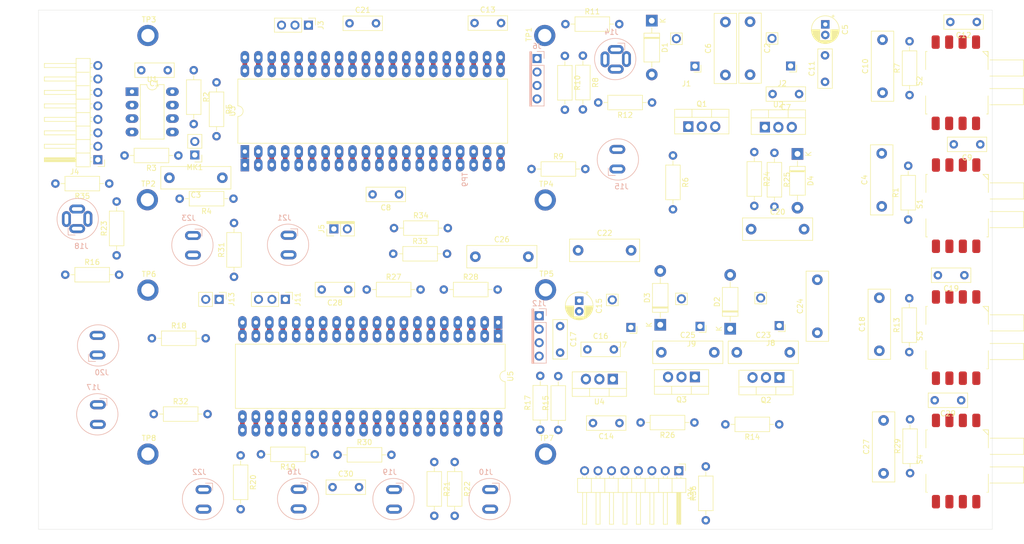
<source format=kicad_pcb>
(kicad_pcb (version 20171130) (host pcbnew "(5.1.5-0-10_14)")
  (layers (0 F.Cu signal) (31 B.Cu signal) (34 B.Paste user) (35 F.Paste user) (36 B.SilkS user) (37 F.SilkS user) (38 B.Mask user) (39 F.Mask user) (44 Edge.Cuts user))
  (net 0 "")
  (net 1 GND)
  (net 2 "Net-(C3-Pad2)")
  (net 3 "Net-(C3-Pad1)")
  (net 4 "Net-(C6-Pad2)")
  (net 5 SCL)
  (net 6 SDA)
  (net 7 "Net-(Q1-Pad1)")
  (net 8 "Net-(Q2-Pad1)")
  (net 9 "Net-(Q3-Pad1)")
  (net 10 "Net-(R1-Pad2)")
  (net 11 "Net-(R4-Pad1)")
  (net 12 "Net-(R5-Pad1)")
  (net 13 "Net-(R7-Pad2)")
  (net 14 "Net-(R13-Pad2)")
  (net 15 /Monitor/TX)
  (net 16 /Monitor/RX)
  (net 17 /Monitor/BUZZER)
  (net 18 "Net-(J11-Pad3)")
  (net 19 /Monitor/ALARM_HISTORY)
  (net 20 /Monitor/ALARM_MUTE)
  (net 21 /Monitor/ALARM_LED)
  (net 22 /Monitor/PTR2)
  (net 23 /Monitor/PTR4)
  (net 24 /Monitor/SV1)
  (net 25 /Monitor/MIC)
  (net 26 "Net-(U3-Pad26)")
  (net 27 "Net-(U3-Pad25)")
  (net 28 "Net-(U3-Pad24)")
  (net 29 "Net-(U3-Pad23)")
  (net 30 "Net-(U3-Pad22)")
  (net 31 "Net-(U3-Pad21)")
  (net 32 "Net-(U3-Pad34)")
  (net 33 "Net-(U3-Pad33)")
  (net 34 "Net-(U3-Pad19)")
  (net 35 "Net-(U3-Pad20)")
  (net 36 "Net-(U3-Pad13)")
  (net 37 "Net-(U3-Pad14)")
  (net 38 "Net-(U3-Pad10)")
  (net 39 "Net-(U3-Pad8)")
  (net 40 "Net-(U3-Pad9)")
  (net 41 "Net-(U3-Pad17)")
  (net 42 "Net-(U3-Pad18)")
  (net 43 "Net-(U5-Pad36)")
  (net 44 "Net-(U5-Pad35)")
  (net 45 "Net-(U5-Pad34)")
  (net 46 "Net-(U5-Pad33)")
  (net 47 "Net-(U5-Pad13)")
  (net 48 "Net-(U5-Pad14)")
  (net 49 "Net-(U5-Pad10)")
  (net 50 "Net-(U5-Pad7)")
  (net 51 "Net-(U5-Pad8)")
  (net 52 "Net-(U5-Pad9)")
  (net 53 "Net-(U5-Pad17)")
  (net 54 /Controller/LCD_SCL)
  (net 55 /Controller/LCD_SDA)
  (net 56 "Net-(J13-Pad1)")
  (net 57 "Net-(R16-Pad2)")
  (net 58 +5V_M)
  (net 59 +12V_M)
  (net 60 /Monitor/MEAS_12V)
  (net 61 /Monitor/ICSPCLK_M)
  (net 62 /Monitor/ICSPDAT_M)
  (net 63 /Monitor/LCD_SCL_M)
  (net 64 /Monitor/LCD_SDA_M)
  (net 65 "Net-(U3-Pad4)")
  (net 66 "Net-(J14-Pad3)")
  (net 67 +12V_C)
  (net 68 +5V_C)
  (net 69 /Controller/PR2)
  (net 70 "Net-(C24-Pad2)")
  (net 71 "Net-(C25-Pad2)")
  (net 72 "Net-(C26-Pad1)")
  (net 73 /Controller/PR3)
  (net 74 "Net-(J10-Pad1)")
  (net 75 "Net-(J11-Pad2)")
  (net 76 "Net-(J16-Pad1)")
  (net 77 "Net-(J17-Pad1)")
  (net 78 "Net-(J18-Pad3)")
  (net 79 "Net-(J18-Pad2)")
  (net 80 "Net-(J19-Pad1)")
  (net 81 "Net-(J20-Pad1)")
  (net 82 "Net-(J21-Pad1)")
  (net 83 "Net-(J22-Pad1)")
  (net 84 "Net-(J23-Pad1)")
  (net 85 /Controller/SV2)
  (net 86 /Controller/SV3)
  (net 87 "Net-(R29-Pad2)")
  (net 88 /Monitor/nMCLR_M)
  (net 89 /Controller/ICSPCLK_C)
  (net 90 /Controller/ICSPDAT_C)
  (net 91 /Controller/nMCLR_C)
  (module Resistor_THT:R_Axial_DIN0207_L6.3mm_D2.5mm_P10.16mm_Horizontal (layer F.Cu) (at 153.307854 129.169383 90)
    (fp_text reference R36 (at 5.08 -2.37 90) (layer F.SilkS))
    (fp_text value 10k)
    (pad 2 thru_hole oval (at 10.16 0 90) (size 1.6 1.6) (drill 0.8) (layers *.Cu *.Mask) (net 91 /Controller/nMCLR_C))
    (pad 1 thru_hole circle (at 0 0 90) (size 1.6 1.6) (drill 0.8) (layers *.Cu *.Mask) (net 68 +5V_C))
  )
  (module Resistor_THT:R_Axial_DIN0207_L6.3mm_D2.5mm_P10.16mm_Horizontal (layer F.Cu) (at 40.707854 65.619383 180)
    (fp_text reference R35 (at 5.08 -2.37) (layer F.SilkS))
    (fp_text value 10k)
    (pad 2 thru_hole oval (at 10.16 0 180) (size 1.6 1.6) (drill 0.8) (layers *.Cu *.Mask) (net 88 /Monitor/nMCLR_M))
    (pad 1 thru_hole circle (at 0 0 180) (size 1.6 1.6) (drill 0.8) (layers *.Cu *.Mask) (net 58 +5V_M))
  )
  (module Capacitor_THT:C_Rect_L7.2mm_W2.5mm_P5.00mm_FKS2_FKP2_MKS2_MKP2 (layer F.Cu) (at 82.857854 122.919383)
    (fp_text reference C30 (at 2.5 -2.5) (layer F.SilkS))
    (fp_text value "100nF - 100V")
    (pad 2 thru_hole circle (at 5 0) (size 1.6 1.6) (drill 0.8) (layers *.Cu *.Mask) (net 1 GND))
    (pad 1 thru_hole circle (at 0 0) (size 1.6 1.6) (drill 0.8) (layers *.Cu *.Mask) (net 68 +5V_C))
  )
  (module Capacitor_THT:C_Rect_L7.2mm_W2.5mm_P5.00mm_FKS2_FKP2_MKS2_MKP2 (layer F.Cu) (at 201.507854 106.519383 180)
    (fp_text reference C29 (at 2.5 -2.5) (layer F.SilkS))
    (fp_text value "100nF - 100V")
    (pad 2 thru_hole circle (at 5 0 180) (size 1.6 1.6) (drill 0.8) (layers *.Cu *.Mask) (net 1 GND))
    (pad 1 thru_hole circle (at 0 0 180) (size 1.6 1.6) (drill 0.8) (layers *.Cu *.Mask) (net 68 +5V_C))
  )
  (module Capacitor_THT:C_Rect_L7.2mm_W2.5mm_P5.00mm_FKS2_FKP2_MKS2_MKP2 (layer F.Cu) (at 85.807854 85.619383 180)
    (fp_text reference C28 (at 2.5 -2.5) (layer F.SilkS))
    (fp_text value "100nF - 100V")
    (pad 2 thru_hole circle (at 5 0 180) (size 1.6 1.6) (drill 0.8) (layers *.Cu *.Mask) (net 1 GND))
    (pad 1 thru_hole circle (at 0 0 180) (size 1.6 1.6) (drill 0.8) (layers *.Cu *.Mask) (net 68 +5V_C))
  )
  (module Capacitor_THT:C_Rect_L13.0mm_W4.0mm_P10.00mm_FKS3_FKP3_MKS4 (layer F.Cu) (at 186.857854 120.319383 90)
    (fp_text reference C27 (at 5 -3.25 90) (layer F.SilkS))
    (fp_text value 1uF)
    (pad 2 thru_hole circle (at 10 0 90) (size 2 2) (drill 1) (layers *.Cu *.Mask) (net 1 GND))
    (pad 1 thru_hole circle (at 0 0 90) (size 2 2) (drill 1) (layers *.Cu *.Mask) (net 73 /Controller/PR3))
  )
  (module Capacitor_THT:C_Rect_L13.0mm_W4.0mm_P10.00mm_FKS3_FKP3_MKS4 (layer F.Cu) (at 109.807854 79.419383)
    (fp_text reference C26 (at 5 -3.25) (layer F.SilkS))
    (fp_text value 1uF)
    (pad 2 thru_hole circle (at 10 0) (size 2 2) (drill 1) (layers *.Cu *.Mask) (net 1 GND))
    (pad 1 thru_hole circle (at 0 0) (size 2 2) (drill 1) (layers *.Cu *.Mask) (net 72 "Net-(C26-Pad1)"))
  )
  (module Capacitor_THT:C_Rect_L13.0mm_W4.0mm_P10.00mm_FKS3_FKP3_MKS4 (layer F.Cu) (at 144.907854 97.469383)
    (fp_text reference C25 (at 5 -3.25) (layer F.SilkS))
    (fp_text value 1uF)
    (pad 2 thru_hole circle (at 10 0) (size 2 2) (drill 1) (layers *.Cu *.Mask) (net 71 "Net-(C25-Pad2)"))
    (pad 1 thru_hole circle (at 0 0) (size 2 2) (drill 1) (layers *.Cu *.Mask) (net 67 +12V_C))
  )
  (module Capacitor_THT:C_Rect_L13.0mm_W4.0mm_P10.00mm_FKS3_FKP3_MKS4 (layer F.Cu) (at 174.357854 93.769383 90)
    (fp_text reference C24 (at 5 -3.25 90) (layer F.SilkS))
    (fp_text value 1uF)
    (pad 2 thru_hole circle (at 10 0 90) (size 2 2) (drill 1) (layers *.Cu *.Mask) (net 70 "Net-(C24-Pad2)"))
    (pad 1 thru_hole circle (at 0 0 90) (size 2 2) (drill 1) (layers *.Cu *.Mask) (net 67 +12V_C))
  )
  (module Capacitor_THT:C_Rect_L13.0mm_W4.0mm_P10.00mm_FKS3_FKP3_MKS4 (layer F.Cu) (at 159.157854 97.469383)
    (fp_text reference C23 (at 5 -3.25) (layer F.SilkS))
    (fp_text value 1uF)
    (pad 2 thru_hole circle (at 10 0) (size 2 2) (drill 1) (layers *.Cu *.Mask) (net 1 GND))
    (pad 1 thru_hole circle (at 0 0) (size 2 2) (drill 1) (layers *.Cu *.Mask) (net 67 +12V_C))
  )
  (module Capacitor_THT:C_Rect_L13.0mm_W4.0mm_P10.00mm_FKS3_FKP3_MKS4 (layer F.Cu) (at 129.207854 78.219383)
    (fp_text reference C22 (at 5 -3.25) (layer F.SilkS))
    (fp_text value 1uF)
    (pad 2 thru_hole circle (at 10 0) (size 2 2) (drill 1) (layers *.Cu *.Mask) (net 1 GND))
    (pad 1 thru_hole circle (at 0 0) (size 2 2) (drill 1) (layers *.Cu *.Mask) (net 67 +12V_C))
  )
  (module Capacitor_THT:C_Rect_L7.2mm_W2.5mm_P5.00mm_FKS2_FKP2_MKS2_MKP2 (layer F.Cu) (at 86.057854 35.369383)
    (fp_text reference C21 (at 2.5 -2.5) (layer F.SilkS))
    (fp_text value "100nF - 100V")
    (pad 2 thru_hole circle (at 5 0) (size 1.6 1.6) (drill 0.8) (layers *.Cu *.Mask) (net 1 GND))
    (pad 1 thru_hole circle (at 0 0) (size 1.6 1.6) (drill 0.8) (layers *.Cu *.Mask) (net 58 +5V_M))
  )
  (module Capacitor_THT:C_Rect_L13.0mm_W4.0mm_P10.00mm_FKS3_FKP3_MKS4 (layer F.Cu) (at 161.857854 74.219383)
    (fp_text reference C20 (at 5 -3.25) (layer F.SilkS))
    (fp_text value 1uF)
    (pad 2 thru_hole circle (at 10 0) (size 2 2) (drill 1) (layers *.Cu *.Mask) (net 1 GND))
    (pad 1 thru_hole circle (at 0 0) (size 2 2) (drill 1) (layers *.Cu *.Mask) (net 60 /Monitor/MEAS_12V))
  )
  (module Capacitor_THT:C_Rect_L7.2mm_W2.5mm_P5.00mm_FKS2_FKP2_MKS2_MKP2 (layer F.Cu) (at 202.107854 82.919383 180)
    (fp_text reference C19 (at 2.5 -2.5) (layer F.SilkS))
    (fp_text value "100nF - 100V")
    (pad 2 thru_hole circle (at 5 0 180) (size 1.6 1.6) (drill 0.8) (layers *.Cu *.Mask) (net 1 GND))
    (pad 1 thru_hole circle (at 0 0 180) (size 1.6 1.6) (drill 0.8) (layers *.Cu *.Mask) (net 68 +5V_C))
  )
  (module Capacitor_THT:C_Rect_L13.0mm_W4.0mm_P10.00mm_FKS3_FKP3_MKS4 (layer F.Cu) (at 186.057854 97.169383 90)
    (fp_text reference C18 (at 5 -3.25 90) (layer F.SilkS))
    (fp_text value 1uF)
    (pad 2 thru_hole circle (at 10 0 90) (size 2 2) (drill 1) (layers *.Cu *.Mask) (net 1 GND))
    (pad 1 thru_hole circle (at 0 0 90) (size 2 2) (drill 1) (layers *.Cu *.Mask) (net 69 /Controller/PR2))
  )
  (module Capacitor_THT:C_Rect_L7.2mm_W2.5mm_P5.00mm_FKS2_FKP2_MKS2_MKP2 (layer F.Cu) (at 125.807854 92.519383 270)
    (fp_text reference C17 (at 2.5 -2.5 90) (layer F.SilkS))
    (fp_text value "100nF - 100V")
    (pad 2 thru_hole circle (at 5 0 270) (size 1.6 1.6) (drill 0.8) (layers *.Cu *.Mask) (net 1 GND))
    (pad 1 thru_hole circle (at 0 0 270) (size 1.6 1.6) (drill 0.8) (layers *.Cu *.Mask) (net 68 +5V_C))
  )
  (module Capacitor_THT:C_Rect_L7.2mm_W2.5mm_P5.00mm_FKS2_FKP2_MKS2_MKP2 (layer F.Cu) (at 130.957854 96.919383)
    (fp_text reference C16 (at 2.5 -2.5) (layer F.SilkS))
    (fp_text value "100nF - 100V")
    (pad 2 thru_hole circle (at 5 0) (size 1.6 1.6) (drill 0.8) (layers *.Cu *.Mask) (net 1 GND))
    (pad 1 thru_hole circle (at 0 0) (size 1.6 1.6) (drill 0.8) (layers *.Cu *.Mask) (net 68 +5V_C))
  )
  (module Capacitor_THT:CP_Radial_D5.0mm_P2.00mm (layer F.Cu) (at 129.407854 87.719383 270)
    (fp_text reference C15 (at 1 -3.75 90) (layer F.SilkS))
    (fp_text value "4.7uF 50V")
    (pad 2 thru_hole circle (at 2 0 270) (size 1.6 1.6) (drill 0.8) (layers *.Cu *.Mask) (net 1 GND))
    (pad 1 thru_hole rect (at 0 0 270) (size 1.6 1.6) (drill 0.8) (layers *.Cu *.Mask) (net 67 +12V_C))
  )
  (module Capacitor_THT:C_Rect_L7.2mm_W2.5mm_P5.00mm_FKS2_FKP2_MKS2_MKP2 (layer F.Cu) (at 137.007854 110.819383 180)
    (fp_text reference C14 (at 2.5 -2.5) (layer F.SilkS))
    (fp_text value "100nF - 100V")
    (pad 2 thru_hole circle (at 5 0 180) (size 1.6 1.6) (drill 0.8) (layers *.Cu *.Mask) (net 1 GND))
    (pad 1 thru_hole circle (at 0 0 180) (size 1.6 1.6) (drill 0.8) (layers *.Cu *.Mask) (net 67 +12V_C))
  )
  (module Capacitor_THT:C_Rect_L7.2mm_W2.5mm_P5.00mm_FKS2_FKP2_MKS2_MKP2 (layer F.Cu) (at 109.657854 35.319383)
    (fp_text reference C13 (at 2.5 -2.5) (layer F.SilkS))
    (fp_text value "100nF - 100V")
    (pad 2 thru_hole circle (at 5 0) (size 1.6 1.6) (drill 0.8) (layers *.Cu *.Mask) (net 1 GND))
    (pad 1 thru_hole circle (at 0 0) (size 1.6 1.6) (drill 0.8) (layers *.Cu *.Mask) (net 58 +5V_M))
  )
  (module Capacitor_THT:C_Rect_L7.2mm_W2.5mm_P5.00mm_FKS2_FKP2_MKS2_MKP2 (layer F.Cu) (at 204.457854 35.119383 180)
    (fp_text reference C12 (at 2.5 -2.5) (layer F.SilkS))
    (fp_text value "100nF - 100V")
    (pad 2 thru_hole circle (at 5 0 180) (size 1.6 1.6) (drill 0.8) (layers *.Cu *.Mask) (net 1 GND))
    (pad 1 thru_hole circle (at 0 0 180) (size 1.6 1.6) (drill 0.8) (layers *.Cu *.Mask) (net 58 +5V_M))
  )
  (module Capacitor_THT:C_Rect_L7.2mm_W2.5mm_P5.00mm_FKS2_FKP2_MKS2_MKP2 (layer F.Cu) (at 175.807854 46.419383 90)
    (fp_text reference C11 (at 2.5 -2.5 90) (layer F.SilkS))
    (fp_text value "100nF - 100V")
    (pad 2 thru_hole circle (at 5 0 90) (size 1.6 1.6) (drill 0.8) (layers *.Cu *.Mask) (net 1 GND))
    (pad 1 thru_hole circle (at 0 0 90) (size 1.6 1.6) (drill 0.8) (layers *.Cu *.Mask) (net 58 +5V_M))
  )
  (module Capacitor_THT:C_Rect_L13.0mm_W4.0mm_P10.00mm_FKS3_FKP3_MKS4 (layer F.Cu) (at 186.657854 48.469383 90)
    (fp_text reference C10 (at 5 -3.25 90) (layer F.SilkS))
    (fp_text value 1uF)
    (pad 2 thru_hole circle (at 10 0 90) (size 2 2) (drill 1) (layers *.Cu *.Mask) (net 1 GND))
    (pad 1 thru_hole circle (at 0 0 90) (size 2 2) (drill 1) (layers *.Cu *.Mask) (net 23 /Monitor/PTR4))
  )
  (module Capacitor_THT:C_Rect_L7.2mm_W2.5mm_P5.00mm_FKS2_FKP2_MKS2_MKP2 (layer F.Cu) (at 205.107854 58.219383 180)
    (fp_text reference C9 (at 2.5 -2.5) (layer F.SilkS))
    (fp_text value "100nF - 100V")
    (pad 2 thru_hole circle (at 5 0 180) (size 1.6 1.6) (drill 0.8) (layers *.Cu *.Mask) (net 1 GND))
    (pad 1 thru_hole circle (at 0 0 180) (size 1.6 1.6) (drill 0.8) (layers *.Cu *.Mask) (net 58 +5V_M))
  )
  (module Capacitor_THT:C_Rect_L7.2mm_W2.5mm_P5.00mm_FKS2_FKP2_MKS2_MKP2 (layer F.Cu) (at 95.407854 67.669383 180)
    (fp_text reference C8 (at 2.5 -2.5) (layer F.SilkS))
    (fp_text value "100nF - 100V")
    (pad 2 thru_hole circle (at 5 0 180) (size 1.6 1.6) (drill 0.8) (layers *.Cu *.Mask) (net 1 GND))
    (pad 1 thru_hole circle (at 0 0 180) (size 1.6 1.6) (drill 0.8) (layers *.Cu *.Mask) (net 59 +12V_M))
  )
  (module Capacitor_THT:C_Rect_L7.2mm_W2.5mm_P5.00mm_FKS2_FKP2_MKS2_MKP2 (layer F.Cu) (at 170.907854 48.719383 180)
    (fp_text reference C7 (at 2.5 -2.5) (layer F.SilkS))
    (fp_text value "100nF - 100V")
    (pad 2 thru_hole circle (at 5 0 180) (size 1.6 1.6) (drill 0.8) (layers *.Cu *.Mask) (net 1 GND))
    (pad 1 thru_hole circle (at 0 0 180) (size 1.6 1.6) (drill 0.8) (layers *.Cu *.Mask) (net 58 +5V_M))
  )
  (module Capacitor_THT:C_Rect_L13.0mm_W4.0mm_P10.00mm_FKS3_FKP3_MKS4 (layer F.Cu) (at 157.007854 45.119383 90)
    (fp_text reference C6 (at 5 -3.25 90) (layer F.SilkS))
    (fp_text value 1uF)
    (pad 2 thru_hole circle (at 10 0 90) (size 2 2) (drill 1) (layers *.Cu *.Mask) (net 4 "Net-(C6-Pad2)"))
    (pad 1 thru_hole circle (at 0 0 90) (size 2 2) (drill 1) (layers *.Cu *.Mask) (net 59 +12V_M))
  )
  (module Capacitor_THT:CP_Radial_D5.0mm_P2.00mm (layer F.Cu) (at 175.857854 35.569383 270)
    (fp_text reference C5 (at 1 -3.75 90) (layer F.SilkS))
    (fp_text value "4.7uF 50V")
    (pad 2 thru_hole circle (at 2 0 270) (size 1.6 1.6) (drill 0.8) (layers *.Cu *.Mask) (net 1 GND))
    (pad 1 thru_hole rect (at 0 0 270) (size 1.6 1.6) (drill 0.8) (layers *.Cu *.Mask) (net 59 +12V_M))
  )
  (module Capacitor_THT:C_Rect_L13.0mm_W4.0mm_P10.00mm_FKS3_FKP3_MKS4 (layer F.Cu) (at 186.507854 69.919383 90)
    (fp_text reference C4 (at 5 -3.25 90) (layer F.SilkS))
    (fp_text value 1uF)
    (pad 2 thru_hole circle (at 10 0 90) (size 2 2) (drill 1) (layers *.Cu *.Mask) (net 1 GND))
    (pad 1 thru_hole circle (at 0 0 90) (size 2 2) (drill 1) (layers *.Cu *.Mask) (net 22 /Monitor/PTR2))
  )
  (module Capacitor_THT:C_Rect_L13.0mm_W4.0mm_P10.00mm_FKS3_FKP3_MKS4 (layer F.Cu) (at 62.057854 64.519383 180)
    (fp_text reference C3 (at 5 -3.25) (layer F.SilkS))
    (fp_text value 1uF)
    (pad 2 thru_hole circle (at 10 0 180) (size 2 2) (drill 1) (layers *.Cu *.Mask) (net 2 "Net-(C3-Pad2)"))
    (pad 1 thru_hole circle (at 0 0 180) (size 2 2) (drill 1) (layers *.Cu *.Mask) (net 3 "Net-(C3-Pad1)"))
  )
  (module Capacitor_THT:C_Rect_L13.0mm_W4.0mm_P10.00mm_FKS3_FKP3_MKS4 (layer F.Cu) (at 161.657854 35.069383 270)
    (fp_text reference C2 (at 5 -3.25 90) (layer F.SilkS))
    (fp_text value 1uF)
    (pad 2 thru_hole circle (at 10 0 270) (size 2 2) (drill 1) (layers *.Cu *.Mask) (net 1 GND))
    (pad 1 thru_hole circle (at 0 0 270) (size 2 2) (drill 1) (layers *.Cu *.Mask) (net 59 +12V_M))
  )
  (module Capacitor_THT:C_Rect_L7.2mm_W2.5mm_P5.00mm_FKS2_FKP2_MKS2_MKP2 (layer F.Cu) (at 51.757854 44.219383 180)
    (fp_text reference C1 (at 2.5 -2.5) (layer F.SilkS))
    (fp_text value "100nF - 100V")
    (pad 2 thru_hole circle (at 5 0 180) (size 1.6 1.6) (drill 0.8) (layers *.Cu *.Mask) (net 1 GND))
    (pad 1 thru_hole circle (at 0 0 180) (size 1.6 1.6) (drill 0.8) (layers *.Cu *.Mask) (net 58 +5V_M))
  )
  (module Ventilator:pcb (layer B.Cu) (at 107.357854 64.869383 270)
    (fp_text reference TP9 (at 0 -0.5 270) (layer B.SilkS) (effects (justify mirror)))
    (fp_text value TestPoint_Alt)
  )
  (module Ventilator:EXPRESS-40_DIP_40 (layer F.Cu) (at 114.107854 94.369383 270)
    (fp_text reference U5 (at 7.62 -2.33 90) (layer F.SilkS))
    (fp_text value XPRESS-40)
    (fp_poly (pts (xy 17.145 0.381) (xy 15.875 0.381) (xy 15.875 -0.381) (xy 17.145 -0.381)) (layer F.Cu) (width 0.1))
    (fp_poly (pts (xy 17.145 2.921) (xy 15.875 2.921) (xy 15.875 2.159) (xy 17.145 2.159)) (layer F.Cu) (width 0.1))
    (fp_poly (pts (xy 17.145 5.461) (xy 15.875 5.461) (xy 15.875 4.699) (xy 17.145 4.699)) (layer F.Cu) (width 0.1))
    (fp_poly (pts (xy 17.145 8.001) (xy 15.875 8.001) (xy 15.875 7.239) (xy 17.145 7.239)) (layer F.Cu) (width 0.1))
    (fp_poly (pts (xy 17.145 18.161) (xy 15.875 18.161) (xy 15.875 17.399) (xy 17.145 17.399)) (layer F.Cu) (width 0.1))
    (fp_poly (pts (xy 17.145 15.621) (xy 15.875 15.621) (xy 15.875 14.859) (xy 17.145 14.859)) (layer F.Cu) (width 0.1))
    (fp_poly (pts (xy 17.145 13.081) (xy 15.875 13.081) (xy 15.875 12.319) (xy 17.145 12.319)) (layer F.Cu) (width 0.1))
    (fp_poly (pts (xy 17.145 10.541) (xy 15.875 10.541) (xy 15.875 9.779) (xy 17.145 9.779)) (layer F.Cu) (width 0.1))
    (fp_poly (pts (xy 17.145 30.861) (xy 15.875 30.861) (xy 15.875 30.099) (xy 17.145 30.099)) (layer F.Cu) (width 0.1))
    (fp_poly (pts (xy 17.145 28.321) (xy 15.875 28.321) (xy 15.875 27.559) (xy 17.145 27.559)) (layer F.Cu) (width 0.1))
    (fp_poly (pts (xy 17.145 20.701) (xy 15.875 20.701) (xy 15.875 19.939) (xy 17.145 19.939)) (layer F.Cu) (width 0.1))
    (fp_poly (pts (xy 17.145 23.241) (xy 15.875 23.241) (xy 15.875 22.479) (xy 17.145 22.479)) (layer F.Cu) (width 0.1))
    (fp_poly (pts (xy 17.145 25.781) (xy 15.875 25.781) (xy 15.875 25.019) (xy 17.145 25.019)) (layer F.Cu) (width 0.1))
    (fp_poly (pts (xy 17.145 38.481) (xy 15.875 38.481) (xy 15.875 37.719) (xy 17.145 37.719)) (layer F.Cu) (width 0.1))
    (fp_poly (pts (xy 17.145 35.941) (xy 15.875 35.941) (xy 15.875 35.179) (xy 17.145 35.179)) (layer F.Cu) (width 0.1))
    (fp_poly (pts (xy 17.145 33.401) (xy 15.875 33.401) (xy 15.875 32.639) (xy 17.145 32.639)) (layer F.Cu) (width 0.1))
    (fp_poly (pts (xy 17.145 41.021) (xy 15.875 41.021) (xy 15.875 40.259) (xy 17.145 40.259)) (layer F.Cu) (width 0.1))
    (fp_poly (pts (xy 17.145 43.561) (xy 15.875 43.561) (xy 15.875 42.799) (xy 17.145 42.799)) (layer F.Cu) (width 0.1))
    (fp_poly (pts (xy 17.145 46.101) (xy 15.875 46.101) (xy 15.875 45.339) (xy 17.145 45.339)) (layer F.Cu) (width 0.1))
    (fp_poly (pts (xy 17.145 48.641) (xy 15.875 48.641) (xy 15.875 47.879) (xy 17.145 47.879)) (layer F.Cu) (width 0.1))
    (fp_poly (pts (xy -0.635 48.641) (xy -1.905 48.641) (xy -1.905 47.879) (xy -0.635 47.879)) (layer F.Cu) (width 0.1))
    (fp_poly (pts (xy -0.635 46.101) (xy -1.905 46.101) (xy -1.905 45.339) (xy -0.635 45.339)) (layer F.Cu) (width 0.1))
    (fp_poly (pts (xy -0.635 43.561) (xy -1.905 43.561) (xy -1.905 42.799) (xy -0.635 42.799)) (layer F.Cu) (width 0.1))
    (fp_poly (pts (xy -0.635 41.021) (xy -1.905 41.021) (xy -1.905 40.259) (xy -0.635 40.259)) (layer F.Cu) (width 0.1))
    (fp_poly (pts (xy -0.635 33.401) (xy -1.905 33.401) (xy -1.905 32.639) (xy -0.635 32.639)) (layer F.Cu) (width 0.1))
    (fp_poly (pts (xy -0.635 35.941) (xy -1.905 35.941) (xy -1.905 35.179) (xy -0.635 35.179)) (layer F.Cu) (width 0.1))
    (fp_poly (pts (xy -0.635 38.481) (xy -1.905 38.481) (xy -1.905 37.719) (xy -0.635 37.719)) (layer F.Cu) (width 0.1))
    (fp_poly (pts (xy -0.635 30.861) (xy -1.905 30.861) (xy -1.905 30.099) (xy -0.635 30.099)) (layer F.Cu) (width 0.1))
    (fp_poly (pts (xy -0.635 28.321) (xy -1.905 28.321) (xy -1.905 27.559) (xy -0.635 27.559)) (layer F.Cu) (width 0.1))
    (fp_poly (pts (xy -0.635 25.781) (xy -1.905 25.781) (xy -1.905 25.019) (xy -0.635 25.019)) (layer F.Cu) (width 0.1))
    (fp_poly (pts (xy -0.635 23.241) (xy -1.905 23.241) (xy -1.905 22.479) (xy -0.635 22.479)) (layer F.Cu) (width 0.1))
    (fp_poly (pts (xy -0.635 20.701) (xy -1.905 20.701) (xy -1.905 19.939) (xy -0.635 19.939)) (layer F.Cu) (width 0.1))
    (fp_poly (pts (xy -0.635 18.161) (xy -1.905 18.161) (xy -1.905 17.399) (xy -0.635 17.399)) (layer F.Cu) (width 0.1))
    (fp_poly (pts (xy -0.635 15.621) (xy -1.905 15.621) (xy -1.905 14.859) (xy -0.635 14.859)) (layer F.Cu) (width 0.1))
    (fp_poly (pts (xy -0.635 13.081) (xy -1.905 13.081) (xy -1.905 12.319) (xy -0.635 12.319)) (layer F.Cu) (width 0.1))
    (fp_poly (pts (xy -0.635 10.541) (xy -1.905 10.541) (xy -1.905 9.779) (xy -0.635 9.779)) (layer F.Cu) (width 0.1))
    (fp_poly (pts (xy -0.635 8.001) (xy -1.905 8.001) (xy -1.905 7.239) (xy -0.635 7.239)) (layer F.Cu) (width 0.1))
    (fp_poly (pts (xy -0.635 5.461) (xy -1.905 5.461) (xy -1.905 4.699) (xy -0.635 4.699)) (layer F.Cu) (width 0.1))
    (fp_poly (pts (xy -0.635 0.381) (xy -1.905 0.381) (xy -1.905 -0.381) (xy -0.635 -0.381)) (layer F.Cu) (width 0.1))
    (fp_poly (pts (xy -0.635 2.921) (xy -1.905 2.921) (xy -1.905 2.159) (xy -0.635 2.159)) (layer F.Cu) (width 0.1))
    (pad 26 thru_hole oval (at 17.78 35.56 270) (size 2.4 1.6) (drill 0.8) (layers *.Cu *.Mask) (net 82 "Net-(J21-Pad1)"))
    (pad 25 thru_hole oval (at 17.78 38.1 270) (size 2.4 1.6) (drill 0.8) (layers *.Cu *.Mask) (net 84 "Net-(J23-Pad1)"))
    (pad 24 thru_hole oval (at 17.78 40.64 270) (size 2.4 1.6) (drill 0.8) (layers *.Cu *.Mask) (net 83 "Net-(J22-Pad1)"))
    (pad 23 thru_hole oval (at 17.78 43.18 270) (size 2.4 1.6) (drill 0.8) (layers *.Cu *.Mask) (net 6 SDA))
    (pad 22 thru_hole oval (at 17.78 45.72 270) (size 2.4 1.6) (drill 0.8) (layers *.Cu *.Mask) (net 76 "Net-(J16-Pad1)"))
    (pad 21 thru_hole oval (at 17.78 48.26 270) (size 2.4 1.6) (drill 0.8) (layers *.Cu *.Mask) (net 81 "Net-(J20-Pad1)"))
    (pad 31 thru_hole oval (at 17.78 22.86 270) (size 2.4 1.6) (drill 0.8) (layers *.Cu *.Mask) (net 1 GND))
    (pad 30 thru_hole oval (at 17.78 25.4 270) (size 2.4 1.6) (drill 0.8) (layers *.Cu *.Mask) (net 57 "Net-(R16-Pad2)"))
    (pad 29 thru_hole oval (at 17.78 27.94 270) (size 2.4 1.6) (drill 0.8) (layers *.Cu *.Mask) (net 79 "Net-(J18-Pad2)"))
    (pad 28 thru_hole oval (at 17.78 30.48 270) (size 2.4 1.6) (drill 0.8) (layers *.Cu *.Mask) (net 74 "Net-(J10-Pad1)"))
    (pad 27 thru_hole oval (at 17.78 33.02 270) (size 2.4 1.6) (drill 0.8) (layers *.Cu *.Mask) (net 80 "Net-(J19-Pad1)"))
    (pad 39 thru_hole oval (at 17.78 2.54 270) (size 2.4 1.6) (drill 0.8) (layers *.Cu *.Mask) (net 89 /Controller/ICSPCLK_C))
    (pad 38 thru_hole oval (at 17.78 5.08 270) (size 2.4 1.6) (drill 0.8) (layers *.Cu *.Mask) (net 54 /Controller/LCD_SCL))
    (pad 37 thru_hole oval (at 17.78 7.62 270) (size 2.4 1.6) (drill 0.8) (layers *.Cu *.Mask) (net 55 /Controller/LCD_SDA))
    (pad 36 thru_hole oval (at 17.78 10.16 270) (size 2.4 1.6) (drill 0.8) (layers *.Cu *.Mask) (net 43 "Net-(U5-Pad36)"))
    (pad 35 thru_hole oval (at 17.78 12.7 270) (size 2.4 1.6) (drill 0.8) (layers *.Cu *.Mask) (net 44 "Net-(U5-Pad35)"))
    (pad 34 thru_hole oval (at 17.78 15.24 270) (size 2.4 1.6) (drill 0.8) (layers *.Cu *.Mask) (net 45 "Net-(U5-Pad34)"))
    (pad 33 thru_hole oval (at 17.78 17.78 270) (size 2.4 1.6) (drill 0.8) (layers *.Cu *.Mask) (net 46 "Net-(U5-Pad33)"))
    (pad 32 thru_hole oval (at 17.78 20.32 270) (size 2.4 1.6) (drill 0.8) (layers *.Cu *.Mask) (net 68 +5V_C))
    (pad 40 thru_hole oval (at 17.78 0 270) (size 2.4 1.6) (drill 0.8) (layers *.Cu *.Mask) (net 90 /Controller/ICSPDAT_C))
    (pad 19 thru_hole oval (at -2.54 45.72 270) (size 2.4 1.6) (drill 0.8) (layers *.Cu *.Mask) (net 56 "Net-(J13-Pad1)"))
    (pad 20 thru_hole oval (at -2.54 48.26 270) (size 2.4 1.6) (drill 0.8) (layers *.Cu *.Mask) (net 77 "Net-(J17-Pad1)"))
    (pad 5 thru_hole oval (at -2.54 10.16 270) (size 2.4 1.6) (drill 0.8) (layers *.Cu *.Mask) (net 73 /Controller/PR3))
    (pad 13 thru_hole oval (at -2.54 30.48 270) (size 2.4 1.6) (drill 0.8) (layers *.Cu *.Mask) (net 47 "Net-(U5-Pad13)"))
    (pad 1 thru_hole rect (at -2.54 0 270) (size 2.4 1.6) (drill 0.8) (layers *.Cu *.Mask) (net 91 /Controller/nMCLR_C))
    (pad 14 thru_hole oval (at -2.54 33.02 270) (size 2.4 1.6) (drill 0.8) (layers *.Cu *.Mask) (net 48 "Net-(U5-Pad14)"))
    (pad 12 thru_hole oval (at -2.54 27.94 270) (size 2.4 1.6) (drill 0.8) (layers *.Cu *.Mask) (net 1 GND))
    (pad 10 thru_hole oval (at -2.54 22.86 270) (size 2.4 1.6) (drill 0.8) (layers *.Cu *.Mask) (net 49 "Net-(U5-Pad10)"))
    (pad 7 thru_hole oval (at -2.54 15.24 270) (size 2.4 1.6) (drill 0.8) (layers *.Cu *.Mask) (net 50 "Net-(U5-Pad7)"))
    (pad 8 thru_hole oval (at -2.54 17.78 270) (size 2.4 1.6) (drill 0.8) (layers *.Cu *.Mask) (net 51 "Net-(U5-Pad8)"))
    (pad 9 thru_hole oval (at -2.54 20.32 270) (size 2.4 1.6) (drill 0.8) (layers *.Cu *.Mask) (net 52 "Net-(U5-Pad9)"))
    (pad 6 thru_hole oval (at -2.54 12.7 270) (size 2.4 1.6) (drill 0.8) (layers *.Cu *.Mask) (net 72 "Net-(C26-Pad1)"))
    (pad 3 thru_hole oval (at -2.54 5.08 270) (size 2.4 1.6) (drill 0.8) (layers *.Cu *.Mask) (net 85 /Controller/SV2))
    (pad 4 thru_hole oval (at -2.54 7.62 270) (size 2.4 1.6) (drill 0.8) (layers *.Cu *.Mask) (net 86 /Controller/SV3))
    (pad 2 thru_hole oval (at -2.54 2.54 270) (size 2.4 1.6) (drill 0.8) (layers *.Cu *.Mask) (net 69 /Controller/PR2))
    (pad 16 thru_hole oval (at -2.54 38.1 270) (size 2.4 1.6) (drill 0.8) (layers *.Cu *.Mask) (net 18 "Net-(J11-Pad3)"))
    (pad 15 thru_hole oval (at -2.54 35.56 270) (size 2.4 1.6) (drill 0.8) (layers *.Cu *.Mask) (net 75 "Net-(J11-Pad2)"))
    (pad 17 thru_hole oval (at -2.54 40.64 270) (size 2.4 1.6) (drill 0.8) (layers *.Cu *.Mask) (net 53 "Net-(U5-Pad17)"))
    (pad 18 thru_hole oval (at -2.54 43.18 270) (size 2.4 1.6) (drill 0.8) (layers *.Cu *.Mask) (net 5 SCL))
    (pad 11 thru_hole oval (at -2.54 25.4 270) (size 2.4 1.6) (drill 0.8) (layers *.Cu *.Mask) (net 68 +5V_C))
    (pad 1 thru_hole rect (at 0 0 270) (size 2.4 1.6) (drill 0.8) (layers *.Cu *.Mask) (net 91 /Controller/nMCLR_C))
    (pad 21 thru_hole oval (at 15.24 48.26 270) (size 2.4 1.6) (drill 0.8) (layers *.Cu *.Mask) (net 81 "Net-(J20-Pad1)"))
    (pad 2 thru_hole oval (at 0 2.54 270) (size 2.4 1.6) (drill 0.8) (layers *.Cu *.Mask) (net 69 /Controller/PR2))
    (pad 22 thru_hole oval (at 15.24 45.72 270) (size 2.4 1.6) (drill 0.8) (layers *.Cu *.Mask) (net 76 "Net-(J16-Pad1)"))
    (pad 3 thru_hole oval (at 0 5.08 270) (size 2.4 1.6) (drill 0.8) (layers *.Cu *.Mask) (net 85 /Controller/SV2))
    (pad 23 thru_hole oval (at 15.24 43.18 270) (size 2.4 1.6) (drill 0.8) (layers *.Cu *.Mask) (net 6 SDA))
    (pad 4 thru_hole oval (at 0 7.62 270) (size 2.4 1.6) (drill 0.8) (layers *.Cu *.Mask) (net 86 /Controller/SV3))
    (pad 24 thru_hole oval (at 15.24 40.64 270) (size 2.4 1.6) (drill 0.8) (layers *.Cu *.Mask) (net 83 "Net-(J22-Pad1)"))
    (pad 5 thru_hole oval (at 0 10.16 270) (size 2.4 1.6) (drill 0.8) (layers *.Cu *.Mask) (net 73 /Controller/PR3))
    (pad 25 thru_hole oval (at 15.24 38.1 270) (size 2.4 1.6) (drill 0.8) (layers *.Cu *.Mask) (net 84 "Net-(J23-Pad1)"))
    (pad 6 thru_hole oval (at 0 12.7 270) (size 2.4 1.6) (drill 0.8) (layers *.Cu *.Mask) (net 72 "Net-(C26-Pad1)"))
    (pad 26 thru_hole oval (at 15.24 35.56 270) (size 2.4 1.6) (drill 0.8) (layers *.Cu *.Mask) (net 82 "Net-(J21-Pad1)"))
    (pad 7 thru_hole oval (at 0 15.24 270) (size 2.4 1.6) (drill 0.8) (layers *.Cu *.Mask) (net 50 "Net-(U5-Pad7)"))
    (pad 27 thru_hole oval (at 15.24 33.02 270) (size 2.4 1.6) (drill 0.8) (layers *.Cu *.Mask) (net 80 "Net-(J19-Pad1)"))
    (pad 8 thru_hole oval (at 0 17.78 270) (size 2.4 1.6) (drill 0.8) (layers *.Cu *.Mask) (net 51 "Net-(U5-Pad8)"))
    (pad 28 thru_hole oval (at 15.24 30.48 270) (size 2.4 1.6) (drill 0.8) (layers *.Cu *.Mask) (net 74 "Net-(J10-Pad1)"))
    (pad 9 thru_hole oval (at 0 20.32 270) (size 2.4 1.6) (drill 0.8) (layers *.Cu *.Mask) (net 52 "Net-(U5-Pad9)"))
    (pad 29 thru_hole oval (at 15.24 27.94 270) (size 2.4 1.6) (drill 0.8) (layers *.Cu *.Mask) (net 79 "Net-(J18-Pad2)"))
    (pad 10 thru_hole oval (at 0 22.86 270) (size 2.4 1.6) (drill 0.8) (layers *.Cu *.Mask) (net 49 "Net-(U5-Pad10)"))
    (pad 30 thru_hole oval (at 15.24 25.4 270) (size 2.4 1.6) (drill 0.8) (layers *.Cu *.Mask) (net 57 "Net-(R16-Pad2)"))
    (pad 11 thru_hole oval (at 0 25.4 270) (size 2.4 1.6) (drill 0.8) (layers *.Cu *.Mask) (net 68 +5V_C))
    (pad 31 thru_hole oval (at 15.24 22.86 270) (size 2.4 1.6) (drill 0.8) (layers *.Cu *.Mask) (net 1 GND))
    (pad 12 thru_hole oval (at 0 27.94 270) (size 2.4 1.6) (drill 0.8) (layers *.Cu *.Mask) (net 1 GND))
    (pad 32 thru_hole oval (at 15.24 20.32 270) (size 2.4 1.6) (drill 0.8) (layers *.Cu *.Mask) (net 68 +5V_C))
    (pad 13 thru_hole oval (at 0 30.48 270) (size 2.4 1.6) (drill 0.8) (layers *.Cu *.Mask) (net 47 "Net-(U5-Pad13)"))
    (pad 33 thru_hole oval (at 15.24 17.78 270) (size 2.4 1.6) (drill 0.8) (layers *.Cu *.Mask) (net 46 "Net-(U5-Pad33)"))
    (pad 14 thru_hole oval (at 0 33.02 270) (size 2.4 1.6) (drill 0.8) (layers *.Cu *.Mask) (net 48 "Net-(U5-Pad14)"))
    (pad 34 thru_hole oval (at 15.24 15.24 270) (size 2.4 1.6) (drill 0.8) (layers *.Cu *.Mask) (net 45 "Net-(U5-Pad34)"))
    (pad 15 thru_hole oval (at 0 35.56 270) (size 2.4 1.6) (drill 0.8) (layers *.Cu *.Mask) (net 75 "Net-(J11-Pad2)"))
    (pad 35 thru_hole oval (at 15.24 12.7 270) (size 2.4 1.6) (drill 0.8) (layers *.Cu *.Mask) (net 44 "Net-(U5-Pad35)"))
    (pad 16 thru_hole oval (at 0 38.1 270) (size 2.4 1.6) (drill 0.8) (layers *.Cu *.Mask) (net 18 "Net-(J11-Pad3)"))
    (pad 36 thru_hole oval (at 15.24 10.16 270) (size 2.4 1.6) (drill 0.8) (layers *.Cu *.Mask) (net 43 "Net-(U5-Pad36)"))
    (pad 17 thru_hole oval (at 0 40.64 270) (size 2.4 1.6) (drill 0.8) (layers *.Cu *.Mask) (net 53 "Net-(U5-Pad17)"))
    (pad 37 thru_hole oval (at 15.24 7.62 270) (size 2.4 1.6) (drill 0.8) (layers *.Cu *.Mask) (net 55 /Controller/LCD_SDA))
    (pad 18 thru_hole oval (at 0 43.18 270) (size 2.4 1.6) (drill 0.8) (layers *.Cu *.Mask) (net 5 SCL))
    (pad 38 thru_hole oval (at 15.24 5.08 270) (size 2.4 1.6) (drill 0.8) (layers *.Cu *.Mask) (net 54 /Controller/LCD_SCL))
    (pad 19 thru_hole oval (at 0 45.72 270) (size 2.4 1.6) (drill 0.8) (layers *.Cu *.Mask) (net 56 "Net-(J13-Pad1)"))
    (pad 39 thru_hole oval (at 15.24 2.54 270) (size 2.4 1.6) (drill 0.8) (layers *.Cu *.Mask) (net 89 /Controller/ICSPCLK_C))
    (pad 20 thru_hole oval (at 0 48.26 270) (size 2.4 1.6) (drill 0.8) (layers *.Cu *.Mask) (net 77 "Net-(J17-Pad1)"))
    (pad 40 thru_hole oval (at 15.24 0 270) (size 2.4 1.6) (drill 0.8) (layers *.Cu *.Mask) (net 90 /Controller/ICSPDAT_C))
  )
  (module Package_TO_SOT_THT:TO-220-3_Vertical (layer F.Cu) (at 135.757854 102.519383 180)
    (fp_text reference U4 (at 2.54 -4.27) (layer F.SilkS))
    (fp_text value LM7805_TO220)
    (pad 3 thru_hole oval (at 5.08 0 180) (size 1.905 2) (drill 1.1) (layers *.Cu *.Mask) (net 68 +5V_C))
    (pad 2 thru_hole oval (at 2.54 0 180) (size 1.905 2) (drill 1.1) (layers *.Cu *.Mask) (net 1 GND))
    (pad 1 thru_hole rect (at 0 0 180) (size 1.905 2) (drill 1.1) (layers *.Cu *.Mask) (net 67 +12V_C))
  )
  (module Ventilator:EXPRESS-40_DIP_40 (layer F.Cu) (at 66.307854 59.569383 90)
    (fp_text reference U3 (at 7.62 -2.33 90) (layer F.SilkS))
    (fp_text value XPRESS-40)
    (fp_poly (pts (xy 17.145 0.381) (xy 15.875 0.381) (xy 15.875 -0.381) (xy 17.145 -0.381)) (layer F.Cu) (width 0.1))
    (fp_poly (pts (xy 17.145 2.921) (xy 15.875 2.921) (xy 15.875 2.159) (xy 17.145 2.159)) (layer F.Cu) (width 0.1))
    (fp_poly (pts (xy 17.145 5.461) (xy 15.875 5.461) (xy 15.875 4.699) (xy 17.145 4.699)) (layer F.Cu) (width 0.1))
    (fp_poly (pts (xy 17.145 8.001) (xy 15.875 8.001) (xy 15.875 7.239) (xy 17.145 7.239)) (layer F.Cu) (width 0.1))
    (fp_poly (pts (xy 17.145 18.161) (xy 15.875 18.161) (xy 15.875 17.399) (xy 17.145 17.399)) (layer F.Cu) (width 0.1))
    (fp_poly (pts (xy 17.145 15.621) (xy 15.875 15.621) (xy 15.875 14.859) (xy 17.145 14.859)) (layer F.Cu) (width 0.1))
    (fp_poly (pts (xy 17.145 13.081) (xy 15.875 13.081) (xy 15.875 12.319) (xy 17.145 12.319)) (layer F.Cu) (width 0.1))
    (fp_poly (pts (xy 17.145 10.541) (xy 15.875 10.541) (xy 15.875 9.779) (xy 17.145 9.779)) (layer F.Cu) (width 0.1))
    (fp_poly (pts (xy 17.145 30.861) (xy 15.875 30.861) (xy 15.875 30.099) (xy 17.145 30.099)) (layer F.Cu) (width 0.1))
    (fp_poly (pts (xy 17.145 28.321) (xy 15.875 28.321) (xy 15.875 27.559) (xy 17.145 27.559)) (layer F.Cu) (width 0.1))
    (fp_poly (pts (xy 17.145 20.701) (xy 15.875 20.701) (xy 15.875 19.939) (xy 17.145 19.939)) (layer F.Cu) (width 0.1))
    (fp_poly (pts (xy 17.145 23.241) (xy 15.875 23.241) (xy 15.875 22.479) (xy 17.145 22.479)) (layer F.Cu) (width 0.1))
    (fp_poly (pts (xy 17.145 25.781) (xy 15.875 25.781) (xy 15.875 25.019) (xy 17.145 25.019)) (layer F.Cu) (width 0.1))
    (fp_poly (pts (xy 17.145 38.481) (xy 15.875 38.481) (xy 15.875 37.719) (xy 17.145 37.719)) (layer F.Cu) (width 0.1))
    (fp_poly (pts (xy 17.145 35.941) (xy 15.875 35.941) (xy 15.875 35.179) (xy 17.145 35.179)) (layer F.Cu) (width 0.1))
    (fp_poly (pts (xy 17.145 33.401) (xy 15.875 33.401) (xy 15.875 32.639) (xy 17.145 32.639)) (layer F.Cu) (width 0.1))
    (fp_poly (pts (xy 17.145 41.021) (xy 15.875 41.021) (xy 15.875 40.259) (xy 17.145 40.259)) (layer F.Cu) (width 0.1))
    (fp_poly (pts (xy 17.145 43.561) (xy 15.875 43.561) (xy 15.875 42.799) (xy 17.145 42.799)) (layer F.Cu) (width 0.1))
    (fp_poly (pts (xy 17.145 46.101) (xy 15.875 46.101) (xy 15.875 45.339) (xy 17.145 45.339)) (layer F.Cu) (width 0.1))
    (fp_poly (pts (xy 17.145 48.641) (xy 15.875 48.641) (xy 15.875 47.879) (xy 17.145 47.879)) (layer F.Cu) (width 0.1))
    (fp_poly (pts (xy -0.635 48.641) (xy -1.905 48.641) (xy -1.905 47.879) (xy -0.635 47.879)) (layer F.Cu) (width 0.1))
    (fp_poly (pts (xy -0.635 46.101) (xy -1.905 46.101) (xy -1.905 45.339) (xy -0.635 45.339)) (layer F.Cu) (width 0.1))
    (fp_poly (pts (xy -0.635 43.561) (xy -1.905 43.561) (xy -1.905 42.799) (xy -0.635 42.799)) (layer F.Cu) (width 0.1))
    (fp_poly (pts (xy -0.635 41.021) (xy -1.905 41.021) (xy -1.905 40.259) (xy -0.635 40.259)) (layer F.Cu) (width 0.1))
    (fp_poly (pts (xy -0.635 33.401) (xy -1.905 33.401) (xy -1.905 32.639) (xy -0.635 32.639)) (layer F.Cu) (width 0.1))
    (fp_poly (pts (xy -0.635 35.941) (xy -1.905 35.941) (xy -1.905 35.179) (xy -0.635 35.179)) (layer F.Cu) (width 0.1))
    (fp_poly (pts (xy -0.635 38.481) (xy -1.905 38.481) (xy -1.905 37.719) (xy -0.635 37.719)) (layer F.Cu) (width 0.1))
    (fp_poly (pts (xy -0.635 30.861) (xy -1.905 30.861) (xy -1.905 30.099) (xy -0.635 30.099)) (layer F.Cu) (width 0.1))
    (fp_poly (pts (xy -0.635 28.321) (xy -1.905 28.321) (xy -1.905 27.559) (xy -0.635 27.559)) (layer F.Cu) (width 0.1))
    (fp_poly (pts (xy -0.635 25.781) (xy -1.905 25.781) (xy -1.905 25.019) (xy -0.635 25.019)) (layer F.Cu) (width 0.1))
    (fp_poly (pts (xy -0.635 23.241) (xy -1.905 23.241) (xy -1.905 22.479) (xy -0.635 22.479)) (layer F.Cu) (width 0.1))
    (fp_poly (pts (xy -0.635 20.701) (xy -1.905 20.701) (xy -1.905 19.939) (xy -0.635 19.939)) (layer F.Cu) (width 0.1))
    (fp_poly (pts (xy -0.635 18.161) (xy -1.905 18.161) (xy -1.905 17.399) (xy -0.635 17.399)) (layer F.Cu) (width 0.1))
    (fp_poly (pts (xy -0.635 15.621) (xy -1.905 15.621) (xy -1.905 14.859) (xy -0.635 14.859)) (layer F.Cu) (width 0.1))
    (fp_poly (pts (xy -0.635 13.081) (xy -1.905 13.081) (xy -1.905 12.319) (xy -0.635 12.319)) (layer F.Cu) (width 0.1))
    (fp_poly (pts (xy -0.635 10.541) (xy -1.905 10.541) (xy -1.905 9.779) (xy -0.635 9.779)) (layer F.Cu) (width 0.1))
    (fp_poly (pts (xy -0.635 8.001) (xy -1.905 8.001) (xy -1.905 7.239) (xy -0.635 7.239)) (layer F.Cu) (width 0.1))
    (fp_poly (pts (xy -0.635 5.461) (xy -1.905 5.461) (xy -1.905 4.699) (xy -0.635 4.699)) (layer F.Cu) (width 0.1))
    (fp_poly (pts (xy -0.635 0.381) (xy -1.905 0.381) (xy -1.905 -0.381) (xy -0.635 -0.381)) (layer F.Cu) (width 0.1))
    (fp_poly (pts (xy -0.635 2.921) (xy -1.905 2.921) (xy -1.905 2.159) (xy -0.635 2.159)) (layer F.Cu) (width 0.1))
    (pad 26 thru_hole oval (at 17.78 35.56 90) (size 2.4 1.6) (drill 0.8) (layers *.Cu *.Mask) (net 26 "Net-(U3-Pad26)"))
    (pad 25 thru_hole oval (at 17.78 38.1 90) (size 2.4 1.6) (drill 0.8) (layers *.Cu *.Mask) (net 27 "Net-(U3-Pad25)"))
    (pad 24 thru_hole oval (at 17.78 40.64 90) (size 2.4 1.6) (drill 0.8) (layers *.Cu *.Mask) (net 28 "Net-(U3-Pad24)"))
    (pad 23 thru_hole oval (at 17.78 43.18 90) (size 2.4 1.6) (drill 0.8) (layers *.Cu *.Mask) (net 29 "Net-(U3-Pad23)"))
    (pad 22 thru_hole oval (at 17.78 45.72 90) (size 2.4 1.6) (drill 0.8) (layers *.Cu *.Mask) (net 30 "Net-(U3-Pad22)"))
    (pad 21 thru_hole oval (at 17.78 48.26 90) (size 2.4 1.6) (drill 0.8) (layers *.Cu *.Mask) (net 31 "Net-(U3-Pad21)"))
    (pad 31 thru_hole oval (at 17.78 22.86 90) (size 2.4 1.6) (drill 0.8) (layers *.Cu *.Mask) (net 1 GND))
    (pad 30 thru_hole oval (at 17.78 25.4 90) (size 2.4 1.6) (drill 0.8) (layers *.Cu *.Mask) (net 21 /Monitor/ALARM_LED))
    (pad 29 thru_hole oval (at 17.78 27.94 90) (size 2.4 1.6) (drill 0.8) (layers *.Cu *.Mask) (net 20 /Monitor/ALARM_MUTE))
    (pad 28 thru_hole oval (at 17.78 30.48 90) (size 2.4 1.6) (drill 0.8) (layers *.Cu *.Mask) (net 19 /Monitor/ALARM_HISTORY))
    (pad 27 thru_hole oval (at 17.78 33.02 90) (size 2.4 1.6) (drill 0.8) (layers *.Cu *.Mask) (net 17 /Monitor/BUZZER))
    (pad 39 thru_hole oval (at 17.78 2.54 90) (size 2.4 1.6) (drill 0.8) (layers *.Cu *.Mask) (net 61 /Monitor/ICSPCLK_M))
    (pad 38 thru_hole oval (at 17.78 5.08 90) (size 2.4 1.6) (drill 0.8) (layers *.Cu *.Mask) (net 5 SCL))
    (pad 37 thru_hole oval (at 17.78 7.62 90) (size 2.4 1.6) (drill 0.8) (layers *.Cu *.Mask) (net 6 SDA))
    (pad 36 thru_hole oval (at 17.78 10.16 90) (size 2.4 1.6) (drill 0.8) (layers *.Cu *.Mask) (net 63 /Monitor/LCD_SCL_M))
    (pad 35 thru_hole oval (at 17.78 12.7 90) (size 2.4 1.6) (drill 0.8) (layers *.Cu *.Mask) (net 64 /Monitor/LCD_SDA_M))
    (pad 34 thru_hole oval (at 17.78 15.24 90) (size 2.4 1.6) (drill 0.8) (layers *.Cu *.Mask) (net 32 "Net-(U3-Pad34)"))
    (pad 33 thru_hole oval (at 17.78 17.78 90) (size 2.4 1.6) (drill 0.8) (layers *.Cu *.Mask) (net 33 "Net-(U3-Pad33)"))
    (pad 32 thru_hole oval (at 17.78 20.32 90) (size 2.4 1.6) (drill 0.8) (layers *.Cu *.Mask) (net 58 +5V_M))
    (pad 40 thru_hole oval (at 17.78 0 90) (size 2.4 1.6) (drill 0.8) (layers *.Cu *.Mask) (net 62 /Monitor/ICSPDAT_M))
    (pad 19 thru_hole oval (at -2.54 45.72 90) (size 2.4 1.6) (drill 0.8) (layers *.Cu *.Mask) (net 34 "Net-(U3-Pad19)"))
    (pad 20 thru_hole oval (at -2.54 48.26 90) (size 2.4 1.6) (drill 0.8) (layers *.Cu *.Mask) (net 35 "Net-(U3-Pad20)"))
    (pad 5 thru_hole oval (at -2.54 10.16 90) (size 2.4 1.6) (drill 0.8) (layers *.Cu *.Mask) (net 25 /Monitor/MIC))
    (pad 13 thru_hole oval (at -2.54 30.48 90) (size 2.4 1.6) (drill 0.8) (layers *.Cu *.Mask) (net 36 "Net-(U3-Pad13)"))
    (pad 1 thru_hole rect (at -2.54 0 90) (size 2.4 1.6) (drill 0.8) (layers *.Cu *.Mask) (net 88 /Monitor/nMCLR_M))
    (pad 14 thru_hole oval (at -2.54 33.02 90) (size 2.4 1.6) (drill 0.8) (layers *.Cu *.Mask) (net 37 "Net-(U3-Pad14)"))
    (pad 12 thru_hole oval (at -2.54 27.94 90) (size 2.4 1.6) (drill 0.8) (layers *.Cu *.Mask) (net 1 GND))
    (pad 10 thru_hole oval (at -2.54 22.86 90) (size 2.4 1.6) (drill 0.8) (layers *.Cu *.Mask) (net 38 "Net-(U3-Pad10)"))
    (pad 7 thru_hole oval (at -2.54 15.24 90) (size 2.4 1.6) (drill 0.8) (layers *.Cu *.Mask) (net 60 /Monitor/MEAS_12V))
    (pad 8 thru_hole oval (at -2.54 17.78 90) (size 2.4 1.6) (drill 0.8) (layers *.Cu *.Mask) (net 39 "Net-(U3-Pad8)"))
    (pad 9 thru_hole oval (at -2.54 20.32 90) (size 2.4 1.6) (drill 0.8) (layers *.Cu *.Mask) (net 40 "Net-(U3-Pad9)"))
    (pad 6 thru_hole oval (at -2.54 12.7 90) (size 2.4 1.6) (drill 0.8) (layers *.Cu *.Mask) (net 23 /Monitor/PTR4))
    (pad 3 thru_hole oval (at -2.54 5.08 90) (size 2.4 1.6) (drill 0.8) (layers *.Cu *.Mask) (net 24 /Monitor/SV1))
    (pad 4 thru_hole oval (at -2.54 7.62 90) (size 2.4 1.6) (drill 0.8) (layers *.Cu *.Mask) (net 65 "Net-(U3-Pad4)"))
    (pad 2 thru_hole oval (at -2.54 2.54 90) (size 2.4 1.6) (drill 0.8) (layers *.Cu *.Mask) (net 22 /Monitor/PTR2))
    (pad 16 thru_hole oval (at -2.54 38.1 90) (size 2.4 1.6) (drill 0.8) (layers *.Cu *.Mask) (net 15 /Monitor/TX))
    (pad 15 thru_hole oval (at -2.54 35.56 90) (size 2.4 1.6) (drill 0.8) (layers *.Cu *.Mask) (net 16 /Monitor/RX))
    (pad 17 thru_hole oval (at -2.54 40.64 90) (size 2.4 1.6) (drill 0.8) (layers *.Cu *.Mask) (net 41 "Net-(U3-Pad17)"))
    (pad 18 thru_hole oval (at -2.54 43.18 90) (size 2.4 1.6) (drill 0.8) (layers *.Cu *.Mask) (net 42 "Net-(U3-Pad18)"))
    (pad 11 thru_hole oval (at -2.54 25.4 90) (size 2.4 1.6) (drill 0.8) (layers *.Cu *.Mask) (net 58 +5V_M))
    (pad 1 thru_hole rect (at 0 0 90) (size 2.4 1.6) (drill 0.8) (layers *.Cu *.Mask) (net 88 /Monitor/nMCLR_M))
    (pad 21 thru_hole oval (at 15.24 48.26 90) (size 2.4 1.6) (drill 0.8) (layers *.Cu *.Mask) (net 31 "Net-(U3-Pad21)"))
    (pad 2 thru_hole oval (at 0 2.54 90) (size 2.4 1.6) (drill 0.8) (layers *.Cu *.Mask) (net 22 /Monitor/PTR2))
    (pad 22 thru_hole oval (at 15.24 45.72 90) (size 2.4 1.6) (drill 0.8) (layers *.Cu *.Mask) (net 30 "Net-(U3-Pad22)"))
    (pad 3 thru_hole oval (at 0 5.08 90) (size 2.4 1.6) (drill 0.8) (layers *.Cu *.Mask) (net 24 /Monitor/SV1))
    (pad 23 thru_hole oval (at 15.24 43.18 90) (size 2.4 1.6) (drill 0.8) (layers *.Cu *.Mask) (net 29 "Net-(U3-Pad23)"))
    (pad 4 thru_hole oval (at 0 7.62 90) (size 2.4 1.6) (drill 0.8) (layers *.Cu *.Mask) (net 65 "Net-(U3-Pad4)"))
    (pad 24 thru_hole oval (at 15.24 40.64 90) (size 2.4 1.6) (drill 0.8) (layers *.Cu *.Mask) (net 28 "Net-(U3-Pad24)"))
    (pad 5 thru_hole oval (at 0 10.16 90) (size 2.4 1.6) (drill 0.8) (layers *.Cu *.Mask) (net 25 /Monitor/MIC))
    (pad 25 thru_hole oval (at 15.24 38.1 90) (size 2.4 1.6) (drill 0.8) (layers *.Cu *.Mask) (net 27 "Net-(U3-Pad25)"))
    (pad 6 thru_hole oval (at 0 12.7 90) (size 2.4 1.6) (drill 0.8) (layers *.Cu *.Mask) (net 23 /Monitor/PTR4))
    (pad 26 thru_hole oval (at 15.24 35.56 90) (size 2.4 1.6) (drill 0.8) (layers *.Cu *.Mask) (net 26 "Net-(U3-Pad26)"))
    (pad 7 thru_hole oval (at 0 15.24 90) (size 2.4 1.6) (drill 0.8) (layers *.Cu *.Mask) (net 60 /Monitor/MEAS_12V))
    (pad 27 thru_hole oval (at 15.24 33.02 90) (size 2.4 1.6) (drill 0.8) (layers *.Cu *.Mask) (net 17 /Monitor/BUZZER))
    (pad 8 thru_hole oval (at 0 17.78 90) (size 2.4 1.6) (drill 0.8) (layers *.Cu *.Mask) (net 39 "Net-(U3-Pad8)"))
    (pad 28 thru_hole oval (at 15.24 30.48 90) (size 2.4 1.6) (drill 0.8) (layers *.Cu *.Mask) (net 19 /Monitor/ALARM_HISTORY))
    (pad 9 thru_hole oval (at 0 20.32 90) (size 2.4 1.6) (drill 0.8) (layers *.Cu *.Mask) (net 40 "Net-(U3-Pad9)"))
    (pad 29 thru_hole oval (at 15.24 27.94 90) (size 2.4 1.6) (drill 0.8) (layers *.Cu *.Mask) (net 20 /Monitor/ALARM_MUTE))
    (pad 10 thru_hole oval (at 0 22.86 90) (size 2.4 1.6) (drill 0.8) (layers *.Cu *.Mask) (net 38 "Net-(U3-Pad10)"))
    (pad 30 thru_hole oval (at 15.24 25.4 90) (size 2.4 1.6) (drill 0.8) (layers *.Cu *.Mask) (net 21 /Monitor/ALARM_LED))
    (pad 11 thru_hole oval (at 0 25.4 90) (size 2.4 1.6) (drill 0.8) (layers *.Cu *.Mask) (net 58 +5V_M))
    (pad 31 thru_hole oval (at 15.24 22.86 90) (size 2.4 1.6) (drill 0.8) (layers *.Cu *.Mask) (net 1 GND))
    (pad 12 thru_hole oval (at 0 27.94 90) (size 2.4 1.6) (drill 0.8) (layers *.Cu *.Mask) (net 1 GND))
    (pad 32 thru_hole oval (at 15.24 20.32 90) (size 2.4 1.6) (drill 0.8) (layers *.Cu *.Mask) (net 58 +5V_M))
    (pad 13 thru_hole oval (at 0 30.48 90) (size 2.4 1.6) (drill 0.8) (layers *.Cu *.Mask) (net 36 "Net-(U3-Pad13)"))
    (pad 33 thru_hole oval (at 15.24 17.78 90) (size 2.4 1.6) (drill 0.8) (layers *.Cu *.Mask) (net 33 "Net-(U3-Pad33)"))
    (pad 14 thru_hole oval (at 0 33.02 90) (size 2.4 1.6) (drill 0.8) (layers *.Cu *.Mask) (net 37 "Net-(U3-Pad14)"))
    (pad 34 thru_hole oval (at 15.24 15.24 90) (size 2.4 1.6) (drill 0.8) (layers *.Cu *.Mask) (net 32 "Net-(U3-Pad34)"))
    (pad 15 thru_hole oval (at 0 35.56 90) (size 2.4 1.6) (drill 0.8) (layers *.Cu *.Mask) (net 16 /Monitor/RX))
    (pad 35 thru_hole oval (at 15.24 12.7 90) (size 2.4 1.6) (drill 0.8) (layers *.Cu *.Mask) (net 64 /Monitor/LCD_SDA_M))
    (pad 16 thru_hole oval (at 0 38.1 90) (size 2.4 1.6) (drill 0.8) (layers *.Cu *.Mask) (net 15 /Monitor/TX))
    (pad 36 thru_hole oval (at 15.24 10.16 90) (size 2.4 1.6) (drill 0.8) (layers *.Cu *.Mask) (net 63 /Monitor/LCD_SCL_M))
    (pad 17 thru_hole oval (at 0 40.64 90) (size 2.4 1.6) (drill 0.8) (layers *.Cu *.Mask) (net 41 "Net-(U3-Pad17)"))
    (pad 37 thru_hole oval (at 15.24 7.62 90) (size 2.4 1.6) (drill 0.8) (layers *.Cu *.Mask) (net 6 SDA))
    (pad 18 thru_hole oval (at 0 43.18 90) (size 2.4 1.6) (drill 0.8) (layers *.Cu *.Mask) (net 42 "Net-(U3-Pad18)"))
    (pad 38 thru_hole oval (at 15.24 5.08 90) (size 2.4 1.6) (drill 0.8) (layers *.Cu *.Mask) (net 5 SCL))
    (pad 19 thru_hole oval (at 0 45.72 90) (size 2.4 1.6) (drill 0.8) (layers *.Cu *.Mask) (net 34 "Net-(U3-Pad19)"))
    (pad 39 thru_hole oval (at 15.24 2.54 90) (size 2.4 1.6) (drill 0.8) (layers *.Cu *.Mask) (net 61 /Monitor/ICSPCLK_M))
    (pad 20 thru_hole oval (at 0 48.26 90) (size 2.4 1.6) (drill 0.8) (layers *.Cu *.Mask) (net 35 "Net-(U3-Pad20)"))
    (pad 40 thru_hole oval (at 15.24 0 90) (size 2.4 1.6) (drill 0.8) (layers *.Cu *.Mask) (net 62 /Monitor/ICSPDAT_M))
  )
  (module Package_TO_SOT_THT:TO-220-3_Vertical (layer F.Cu) (at 164.457854 54.969383)
    (fp_text reference U2 (at 2.54 -4.27) (layer F.SilkS))
    (fp_text value LM7805_TO220)
    (pad 3 thru_hole oval (at 5.08 0) (size 1.905 2) (drill 1.1) (layers *.Cu *.Mask) (net 58 +5V_M))
    (pad 2 thru_hole oval (at 2.54 0) (size 1.905 2) (drill 1.1) (layers *.Cu *.Mask) (net 1 GND))
    (pad 1 thru_hole rect (at 0 0) (size 1.905 2) (drill 1.1) (layers *.Cu *.Mask) (net 59 +12V_M))
  )
  (module Package_DIP:DIP-8_W7.62mm_LongPads (layer F.Cu) (at 45.007854 48.269383)
    (fp_text reference U1 (at 3.81 -2.33) (layer F.SilkS))
    (fp_text value LM358)
    (pad 8 thru_hole oval (at 7.62 0) (size 2.4 1.6) (drill 0.8) (layers *.Cu *.Mask) (net 58 +5V_M))
    (pad 4 thru_hole oval (at 0 7.62) (size 2.4 1.6) (drill 0.8) (layers *.Cu *.Mask) (net 1 GND))
    (pad 7 thru_hole oval (at 7.62 2.54) (size 2.4 1.6) (drill 0.8) (layers *.Cu *.Mask) (net 12 "Net-(R5-Pad1)"))
    (pad 3 thru_hole oval (at 0 5.08) (size 2.4 1.6) (drill 0.8) (layers *.Cu *.Mask) (net 12 "Net-(R5-Pad1)"))
    (pad 6 thru_hole oval (at 7.62 5.08) (size 2.4 1.6) (drill 0.8) (layers *.Cu *.Mask) (net 11 "Net-(R4-Pad1)"))
    (pad 2 thru_hole oval (at 0 2.54) (size 2.4 1.6) (drill 0.8) (layers *.Cu *.Mask) (net 25 /Monitor/MIC))
    (pad 5 thru_hole oval (at 7.62 7.62) (size 2.4 1.6) (drill 0.8) (layers *.Cu *.Mask) (net 2 "Net-(C3-Pad2)"))
    (pad 1 thru_hole rect (at 0 0) (size 2.4 1.6) (drill 0.8) (layers *.Cu *.Mask) (net 25 /Monitor/MIC))
  )
  (module Ventilator:LCD_DRILL (layer F.Cu) (at 48.007854 116.669383)
    (fp_text reference TP8 (at 0.2 -3) (layer F.SilkS))
    (fp_text value TestPoint)
    (pad 1 thru_hole circle (at 0 0) (size 4 4) (drill 2.5) (layers *.Cu *.Mask) (net 1 GND))
  )
  (module Ventilator:LCD_DRILL (layer F.Cu) (at 123.057854 116.669383)
    (fp_text reference TP7 (at 0.2 -3) (layer F.SilkS))
    (fp_text value TestPoint)
    (pad 1 thru_hole circle (at 0 0) (size 4 4) (drill 2.5) (layers *.Cu *.Mask) (net 1 GND))
  )
  (module Ventilator:LCD_DRILL (layer F.Cu) (at 48.007854 85.719383)
    (fp_text reference TP6 (at 0.2 -3) (layer F.SilkS))
    (fp_text value TestPoint)
    (pad 1 thru_hole circle (at 0 0) (size 4 4) (drill 2.5) (layers *.Cu *.Mask) (net 1 GND))
  )
  (module Ventilator:LCD_DRILL (layer F.Cu) (at 123.057854 85.669383)
    (fp_text reference TP5 (at 0.2 -3) (layer F.SilkS))
    (fp_text value TestPoint)
    (pad 1 thru_hole circle (at 0 0) (size 4 4) (drill 2.5) (layers *.Cu *.Mask) (net 1 GND))
  )
  (module Ventilator:LCD_DRILL (layer F.Cu) (at 123.007854 68.719383)
    (fp_text reference TP4 (at 0.2 -3) (layer F.SilkS))
    (fp_text value TestPoint)
    (pad 1 thru_hole circle (at 0 0) (size 4 4) (drill 2.5) (layers *.Cu *.Mask) (net 1 GND))
  )
  (module Ventilator:LCD_DRILL (layer F.Cu) (at 48.007854 37.669383)
    (fp_text reference TP3 (at 0.2 -3) (layer F.SilkS))
    (fp_text value TestPoint)
    (pad 1 thru_hole circle (at 0 0) (size 4 4) (drill 2.5) (layers *.Cu *.Mask) (net 1 GND))
  )
  (module Ventilator:LCD_DRILL (layer F.Cu) (at 47.907854 68.669383)
    (fp_text reference TP2 (at 0.2 -3) (layer F.SilkS))
    (fp_text value TestPoint)
    (pad 1 thru_hole circle (at 0 0) (size 4 4) (drill 2.5) (layers *.Cu *.Mask) (net 1 GND))
  )
  (module Ventilator:LCD_DRILL (layer F.Cu) (at 122.907854 37.669383 90)
    (fp_text reference TP1 (at 0.2 -3 90) (layer F.SilkS))
    (fp_text value TestPoint)
    (pad 1 thru_hole circle (at 0 0 90) (size 4 4) (drill 2.5) (layers *.Cu *.Mask) (net 1 GND))
  )
  (module Ventilator:1351-01 (layer F.Cu) (at 194.707854 124.019383 90)
    (fp_text reference S4 (at 6.35 -1.016 90) (layer F.SilkS))
    (fp_text value MPXV5004DP)
    (pad 4 smd roundrect (at 13.6995 2.032 90) (size 2.54 1.524) (layers F.Cu F.Paste F.Mask) (net 87 "Net-(R29-Pad2)"))
    (pad 3 smd roundrect (at 13.6995 4.572 90) (size 2.54 1.524) (layers F.Cu F.Paste F.Mask) (net 1 GND))
    (pad 2 smd roundrect (at 13.6995 7.112 90) (size 2.54 1.524) (layers F.Cu F.Paste F.Mask) (net 68 +5V_C))
    (pad 1 smd roundrect (at 13.6995 9.652 90) (size 2.54 1.524) (layers F.Cu F.Paste F.Mask))
    (pad 8 smd roundrect (at -1.6345 9.652 90) (size 2.54 1.524) (layers F.Cu F.Paste F.Mask))
    (pad 7 smd roundrect (at -1.6345 7.112 90) (size 2.54 1.524) (layers F.Cu F.Paste F.Mask))
    (pad 6 smd roundrect (at -1.6345 4.572 90) (size 2.54 1.524) (layers F.Cu F.Paste F.Mask))
    (pad 5 smd roundrect (at -1.6345 2.032 90) (size 2.54 1.524) (layers F.Cu F.Paste F.Mask))
  )
  (module Ventilator:1351-01 (layer F.Cu) (at 194.707854 100.719383 90)
    (fp_text reference S3 (at 6.35 -1.016 90) (layer F.SilkS))
    (fp_text value MPXV5004DP)
    (pad 4 smd roundrect (at 13.6995 2.032 90) (size 2.54 1.524) (layers F.Cu F.Paste F.Mask) (net 14 "Net-(R13-Pad2)"))
    (pad 3 smd roundrect (at 13.6995 4.572 90) (size 2.54 1.524) (layers F.Cu F.Paste F.Mask) (net 1 GND))
    (pad 2 smd roundrect (at 13.6995 7.112 90) (size 2.54 1.524) (layers F.Cu F.Paste F.Mask) (net 68 +5V_C))
    (pad 1 smd roundrect (at 13.6995 9.652 90) (size 2.54 1.524) (layers F.Cu F.Paste F.Mask))
    (pad 8 smd roundrect (at -1.6345 9.652 90) (size 2.54 1.524) (layers F.Cu F.Paste F.Mask))
    (pad 7 smd roundrect (at -1.6345 7.112 90) (size 2.54 1.524) (layers F.Cu F.Paste F.Mask))
    (pad 6 smd roundrect (at -1.6345 4.572 90) (size 2.54 1.524) (layers F.Cu F.Paste F.Mask))
    (pad 5 smd roundrect (at -1.6345 2.032 90) (size 2.54 1.524) (layers F.Cu F.Paste F.Mask))
  )
  (module Ventilator:1351-01 (layer F.Cu) (at 194.657854 52.619383 90)
    (fp_text reference S2 (at 6.35 -1.016 90) (layer F.SilkS))
    (fp_text value MPXV5004DP)
    (pad 4 smd roundrect (at 13.6995 2.032 90) (size 2.54 1.524) (layers F.Cu F.Paste F.Mask) (net 13 "Net-(R7-Pad2)"))
    (pad 3 smd roundrect (at 13.6995 4.572 90) (size 2.54 1.524) (layers F.Cu F.Paste F.Mask) (net 1 GND))
    (pad 2 smd roundrect (at 13.6995 7.112 90) (size 2.54 1.524) (layers F.Cu F.Paste F.Mask) (net 58 +5V_M))
    (pad 1 smd roundrect (at 13.6995 9.652 90) (size 2.54 1.524) (layers F.Cu F.Paste F.Mask))
    (pad 8 smd roundrect (at -1.6345 9.652 90) (size 2.54 1.524) (layers F.Cu F.Paste F.Mask))
    (pad 7 smd roundrect (at -1.6345 7.112 90) (size 2.54 1.524) (layers F.Cu F.Paste F.Mask))
    (pad 6 smd roundrect (at -1.6345 4.572 90) (size 2.54 1.524) (layers F.Cu F.Paste F.Mask))
    (pad 5 smd roundrect (at -1.6345 2.032 90) (size 2.54 1.524) (layers F.Cu F.Paste F.Mask))
  )
  (module Ventilator:1351-01 (layer F.Cu) (at 194.707854 75.819383 90)
    (fp_text reference S1 (at 6.35 -1.016 90) (layer F.SilkS))
    (fp_text value MPXV5004DP)
    (pad 4 smd roundrect (at 13.6995 2.032 90) (size 2.54 1.524) (layers F.Cu F.Paste F.Mask) (net 10 "Net-(R1-Pad2)"))
    (pad 3 smd roundrect (at 13.6995 4.572 90) (size 2.54 1.524) (layers F.Cu F.Paste F.Mask) (net 1 GND))
    (pad 2 smd roundrect (at 13.6995 7.112 90) (size 2.54 1.524) (layers F.Cu F.Paste F.Mask) (net 58 +5V_M))
    (pad 1 smd roundrect (at 13.6995 9.652 90) (size 2.54 1.524) (layers F.Cu F.Paste F.Mask))
    (pad 8 smd roundrect (at -1.6345 9.652 90) (size 2.54 1.524) (layers F.Cu F.Paste F.Mask))
    (pad 7 smd roundrect (at -1.6345 7.112 90) (size 2.54 1.524) (layers F.Cu F.Paste F.Mask))
    (pad 6 smd roundrect (at -1.6345 4.572 90) (size 2.54 1.524) (layers F.Cu F.Paste F.Mask))
    (pad 5 smd roundrect (at -1.6345 2.032 90) (size 2.54 1.524) (layers F.Cu F.Paste F.Mask))
  )
  (module Resistor_THT:R_Axial_DIN0207_L6.3mm_D2.5mm_P10.16mm_Horizontal (layer F.Cu) (at 94.457854 74.019383)
    (fp_text reference R34 (at 5.08 -2.37) (layer F.SilkS))
    (fp_text value 470)
    (pad 2 thru_hole oval (at 10.16 0) (size 1.6 1.6) (drill 0.8) (layers *.Cu *.Mask) (net 6 SDA))
    (pad 1 thru_hole circle (at 0 0) (size 1.6 1.6) (drill 0.8) (layers *.Cu *.Mask) (net 58 +5V_M))
  )
  (module Resistor_THT:R_Axial_DIN0207_L6.3mm_D2.5mm_P10.16mm_Horizontal (layer F.Cu) (at 94.307854 78.869383)
    (fp_text reference R33 (at 5.08 -2.37) (layer F.SilkS))
    (fp_text value 470)
    (pad 2 thru_hole oval (at 10.16 0) (size 1.6 1.6) (drill 0.8) (layers *.Cu *.Mask) (net 5 SCL))
    (pad 1 thru_hole circle (at 0 0) (size 1.6 1.6) (drill 0.8) (layers *.Cu *.Mask) (net 58 +5V_M))
  )
  (module Resistor_THT:R_Axial_DIN0207_L6.3mm_D2.5mm_P10.16mm_Horizontal (layer F.Cu) (at 49.107854 109.119383)
    (fp_text reference R32 (at 5.08 -2.37) (layer F.SilkS))
    (fp_text value 10k)
    (pad 2 thru_hole oval (at 10.16 0) (size 1.6 1.6) (drill 0.8) (layers *.Cu *.Mask) (net 83 "Net-(J22-Pad1)"))
    (pad 1 thru_hole circle (at 0 0) (size 1.6 1.6) (drill 0.8) (layers *.Cu *.Mask) (net 68 +5V_C))
  )
  (module Resistor_THT:R_Axial_DIN0207_L6.3mm_D2.5mm_P10.16mm_Horizontal (layer F.Cu) (at 64.257854 83.219383 90)
    (fp_text reference R31 (at 5.08 -2.37 90) (layer F.SilkS))
    (fp_text value 10k)
    (pad 2 thru_hole oval (at 10.16 0 90) (size 1.6 1.6) (drill 0.8) (layers *.Cu *.Mask) (net 84 "Net-(J23-Pad1)"))
    (pad 1 thru_hole circle (at 0 0 90) (size 1.6 1.6) (drill 0.8) (layers *.Cu *.Mask) (net 68 +5V_C))
  )
  (module Resistor_THT:R_Axial_DIN0207_L6.3mm_D2.5mm_P10.16mm_Horizontal (layer F.Cu) (at 83.807854 116.819383)
    (fp_text reference R30 (at 5.08 -2.37) (layer F.SilkS))
    (fp_text value 10k)
    (pad 2 thru_hole oval (at 10.16 0) (size 1.6 1.6) (drill 0.8) (layers *.Cu *.Mask) (net 82 "Net-(J21-Pad1)"))
    (pad 1 thru_hole circle (at 0 0) (size 1.6 1.6) (drill 0.8) (layers *.Cu *.Mask) (net 68 +5V_C))
  )
  (module Resistor_THT:R_Axial_DIN0207_L6.3mm_D2.5mm_P10.16mm_Horizontal (layer F.Cu) (at 191.857854 120.269383 90)
    (fp_text reference R29 (at 5.08 -2.37 90) (layer F.SilkS))
    (fp_text value 470)
    (pad 2 thru_hole oval (at 10.16 0 90) (size 1.6 1.6) (drill 0.8) (layers *.Cu *.Mask) (net 87 "Net-(R29-Pad2)"))
    (pad 1 thru_hole circle (at 0 0 90) (size 1.6 1.6) (drill 0.8) (layers *.Cu *.Mask) (net 73 /Controller/PR3))
  )
  (module Resistor_THT:R_Axial_DIN0207_L6.3mm_D2.5mm_P10.16mm_Horizontal (layer F.Cu) (at 103.857854 85.619383)
    (fp_text reference R28 (at 5.08 -2.37) (layer F.SilkS))
    (fp_text value 10k)
    (pad 2 thru_hole oval (at 10.16 0) (size 1.6 1.6) (drill 0.8) (layers *.Cu *.Mask) (net 1 GND))
    (pad 1 thru_hole circle (at 0 0) (size 1.6 1.6) (drill 0.8) (layers *.Cu *.Mask) (net 72 "Net-(C26-Pad1)"))
  )
  (module Resistor_THT:R_Axial_DIN0207_L6.3mm_D2.5mm_P10.16mm_Horizontal (layer F.Cu) (at 89.307854 85.619383)
    (fp_text reference R27 (at 5.08 -2.37) (layer F.SilkS))
    (fp_text value 10k)
    (pad 2 thru_hole oval (at 10.16 0) (size 1.6 1.6) (drill 0.8) (layers *.Cu *.Mask) (net 72 "Net-(C26-Pad1)"))
    (pad 1 thru_hole circle (at 0 0) (size 1.6 1.6) (drill 0.8) (layers *.Cu *.Mask) (net 68 +5V_C))
  )
  (module Resistor_THT:R_Axial_DIN0207_L6.3mm_D2.5mm_P10.16mm_Horizontal (layer F.Cu) (at 151.157854 110.719383 180)
    (fp_text reference R26 (at 5.08 -2.37) (layer F.SilkS))
    (fp_text value 50)
    (pad 2 thru_hole oval (at 10.16 0 180) (size 1.6 1.6) (drill 0.8) (layers *.Cu *.Mask) (net 86 /Controller/SV3))
    (pad 1 thru_hole circle (at 0 0 180) (size 1.6 1.6) (drill 0.8) (layers *.Cu *.Mask) (net 9 "Net-(Q3-Pad1)"))
  )
  (module Resistor_THT:R_Axial_DIN0207_L6.3mm_D2.5mm_P10.16mm_Horizontal (layer F.Cu) (at 166.257854 59.819383 270)
    (fp_text reference R25 (at 5.08 -2.37 90) (layer F.SilkS))
    (fp_text value 10k)
    (pad 2 thru_hole oval (at 10.16 0 270) (size 1.6 1.6) (drill 0.8) (layers *.Cu *.Mask) (net 1 GND))
    (pad 1 thru_hole circle (at 0 0 270) (size 1.6 1.6) (drill 0.8) (layers *.Cu *.Mask) (net 60 /Monitor/MEAS_12V))
  )
  (module Resistor_THT:R_Axial_DIN0207_L6.3mm_D2.5mm_P10.16mm_Horizontal (layer F.Cu) (at 162.457854 59.669383 270)
    (fp_text reference R24 (at 5.08 -2.37 90) (layer F.SilkS))
    (fp_text value 22k)
    (pad 2 thru_hole oval (at 10.16 0 270) (size 1.6 1.6) (drill 0.8) (layers *.Cu *.Mask) (net 60 /Monitor/MEAS_12V))
    (pad 1 thru_hole circle (at 0 0 270) (size 1.6 1.6) (drill 0.8) (layers *.Cu *.Mask) (net 59 +12V_M))
  )
  (module Resistor_THT:R_Axial_DIN0207_L6.3mm_D2.5mm_P10.16mm_Horizontal (layer F.Cu) (at 42.107854 79.169383 90)
    (fp_text reference R23 (at 5.08 -2.37 90) (layer F.SilkS))
    (fp_text value 10k)
    (pad 2 thru_hole oval (at 10.16 0 90) (size 1.6 1.6) (drill 0.8) (layers *.Cu *.Mask) (net 79 "Net-(J18-Pad2)"))
    (pad 1 thru_hole circle (at 0 0 90) (size 1.6 1.6) (drill 0.8) (layers *.Cu *.Mask) (net 68 +5V_C))
  )
  (module Resistor_THT:R_Axial_DIN0207_L6.3mm_D2.5mm_P10.16mm_Horizontal (layer F.Cu) (at 105.907854 118.169383 270)
    (fp_text reference R22 (at 5.08 -2.37 90) (layer F.SilkS))
    (fp_text value 10k)
    (pad 2 thru_hole oval (at 10.16 0 270) (size 1.6 1.6) (drill 0.8) (layers *.Cu *.Mask) (net 74 "Net-(J10-Pad1)"))
    (pad 1 thru_hole circle (at 0 0 270) (size 1.6 1.6) (drill 0.8) (layers *.Cu *.Mask) (net 68 +5V_C))
  )
  (module Resistor_THT:R_Axial_DIN0207_L6.3mm_D2.5mm_P10.16mm_Horizontal (layer F.Cu) (at 102.057854 118.169383 270)
    (fp_text reference R21 (at 5.08 -2.37 90) (layer F.SilkS))
    (fp_text value 10k)
    (pad 2 thru_hole oval (at 10.16 0 270) (size 1.6 1.6) (drill 0.8) (layers *.Cu *.Mask) (net 80 "Net-(J19-Pad1)"))
    (pad 1 thru_hole circle (at 0 0 270) (size 1.6 1.6) (drill 0.8) (layers *.Cu *.Mask) (net 68 +5V_C))
  )
  (module Resistor_THT:R_Axial_DIN0207_L6.3mm_D2.5mm_P10.16mm_Horizontal (layer F.Cu) (at 65.507854 116.919383 270)
    (fp_text reference R20 (at 5.08 -2.37 90) (layer F.SilkS))
    (fp_text value 10k)
    (pad 2 thru_hole oval (at 10.16 0 270) (size 1.6 1.6) (drill 0.8) (layers *.Cu *.Mask) (net 76 "Net-(J16-Pad1)"))
    (pad 1 thru_hole circle (at 0 0 270) (size 1.6 1.6) (drill 0.8) (layers *.Cu *.Mask) (net 68 +5V_C))
  )
  (module Resistor_THT:R_Axial_DIN0207_L6.3mm_D2.5mm_P10.16mm_Horizontal (layer F.Cu) (at 79.507854 116.719383 180)
    (fp_text reference R19 (at 5.08 -2.37) (layer F.SilkS))
    (fp_text value 10k)
    (pad 2 thru_hole oval (at 10.16 0 180) (size 1.6 1.6) (drill 0.8) (layers *.Cu *.Mask) (net 81 "Net-(J20-Pad1)"))
    (pad 1 thru_hole circle (at 0 0 180) (size 1.6 1.6) (drill 0.8) (layers *.Cu *.Mask) (net 68 +5V_C))
  )
  (module Resistor_THT:R_Axial_DIN0207_L6.3mm_D2.5mm_P10.16mm_Horizontal (layer F.Cu) (at 48.757854 94.819383)
    (fp_text reference R18 (at 5.08 -2.37) (layer F.SilkS))
    (fp_text value 10k)
    (pad 2 thru_hole oval (at 10.16 0) (size 1.6 1.6) (drill 0.8) (layers *.Cu *.Mask) (net 77 "Net-(J17-Pad1)"))
    (pad 1 thru_hole circle (at 0 0) (size 1.6 1.6) (drill 0.8) (layers *.Cu *.Mask) (net 68 +5V_C))
  )
  (module Resistor_THT:R_Axial_DIN0207_L6.3mm_D2.5mm_P10.16mm_Horizontal (layer F.Cu) (at 122.057854 112.069383 90)
    (fp_text reference R17 (at 5.08 -2.37 90) (layer F.SilkS))
    (fp_text value 470)
    (pad 2 thru_hole oval (at 10.16 0 90) (size 1.6 1.6) (drill 0.8) (layers *.Cu *.Mask) (net 55 /Controller/LCD_SDA))
    (pad 1 thru_hole circle (at 0 0 90) (size 1.6 1.6) (drill 0.8) (layers *.Cu *.Mask) (net 68 +5V_C))
  )
  (module Resistor_THT:R_Axial_DIN0207_L6.3mm_D2.5mm_P10.16mm_Horizontal (layer F.Cu) (at 32.407854 82.819383)
    (fp_text reference R16 (at 5.08 -2.37) (layer F.SilkS))
    (fp_text value 470)
    (pad 2 thru_hole oval (at 10.16 0) (size 1.6 1.6) (drill 0.8) (layers *.Cu *.Mask) (net 57 "Net-(R16-Pad2)"))
    (pad 1 thru_hole circle (at 0 0) (size 1.6 1.6) (drill 0.8) (layers *.Cu *.Mask) (net 78 "Net-(J18-Pad3)"))
  )
  (module Resistor_THT:R_Axial_DIN0207_L6.3mm_D2.5mm_P10.16mm_Horizontal (layer F.Cu) (at 125.457854 112.119383 90)
    (fp_text reference R15 (at 5.08 -2.37 90) (layer F.SilkS))
    (fp_text value 470)
    (pad 2 thru_hole oval (at 10.16 0 90) (size 1.6 1.6) (drill 0.8) (layers *.Cu *.Mask) (net 54 /Controller/LCD_SCL))
    (pad 1 thru_hole circle (at 0 0 90) (size 1.6 1.6) (drill 0.8) (layers *.Cu *.Mask) (net 68 +5V_C))
  )
  (module Resistor_THT:R_Axial_DIN0207_L6.3mm_D2.5mm_P10.16mm_Horizontal (layer F.Cu) (at 167.157854 111.069383 180)
    (fp_text reference R14 (at 5.08 -2.37) (layer F.SilkS))
    (fp_text value 50)
    (pad 2 thru_hole oval (at 10.16 0 180) (size 1.6 1.6) (drill 0.8) (layers *.Cu *.Mask) (net 85 /Controller/SV2))
    (pad 1 thru_hole circle (at 0 0 180) (size 1.6 1.6) (drill 0.8) (layers *.Cu *.Mask) (net 8 "Net-(Q2-Pad1)"))
  )
  (module Resistor_THT:R_Axial_DIN0207_L6.3mm_D2.5mm_P10.16mm_Horizontal (layer F.Cu) (at 191.707854 97.419383 90)
    (fp_text reference R13 (at 5.08 -2.37 90) (layer F.SilkS))
    (fp_text value 470)
    (pad 2 thru_hole oval (at 10.16 0 90) (size 1.6 1.6) (drill 0.8) (layers *.Cu *.Mask) (net 14 "Net-(R13-Pad2)"))
    (pad 1 thru_hole circle (at 0 0 90) (size 1.6 1.6) (drill 0.8) (layers *.Cu *.Mask) (net 69 /Controller/PR2))
  )
  (module Resistor_THT:R_Axial_DIN0207_L6.3mm_D2.5mm_P10.16mm_Horizontal (layer F.Cu) (at 143.157854 50.319383 180)
    (fp_text reference R12 (at 5.08 -2.37) (layer F.SilkS))
    (fp_text value 470)
    (pad 2 thru_hole oval (at 10.16 0 180) (size 1.6 1.6) (drill 0.8) (layers *.Cu *.Mask) (net 21 /Monitor/ALARM_LED))
    (pad 1 thru_hole circle (at 0 0 180) (size 1.6 1.6) (drill 0.8) (layers *.Cu *.Mask) (net 66 "Net-(J14-Pad3)"))
  )
  (module Resistor_THT:R_Axial_DIN0207_L6.3mm_D2.5mm_P10.16mm_Horizontal (layer F.Cu) (at 126.807854 35.519383)
    (fp_text reference R11 (at 5.08 -2.37) (layer F.SilkS))
    (fp_text value 10k)
    (pad 2 thru_hole oval (at 10.16 0) (size 1.6 1.6) (drill 0.8) (layers *.Cu *.Mask) (net 20 /Monitor/ALARM_MUTE))
    (pad 1 thru_hole circle (at 0 0) (size 1.6 1.6) (drill 0.8) (layers *.Cu *.Mask) (net 58 +5V_M))
  )
  (module Resistor_THT:R_Axial_DIN0207_L6.3mm_D2.5mm_P10.16mm_Horizontal (layer F.Cu) (at 126.707854 41.519383 270)
    (fp_text reference R10 (at 5.08 -2.37 90) (layer F.SilkS))
    (fp_text value 470)
    (pad 2 thru_hole oval (at 10.16 0 270) (size 1.6 1.6) (drill 0.8) (layers *.Cu *.Mask) (net 64 /Monitor/LCD_SDA_M))
    (pad 1 thru_hole circle (at 0 0 270) (size 1.6 1.6) (drill 0.8) (layers *.Cu *.Mask) (net 58 +5V_M))
  )
  (module Resistor_THT:R_Axial_DIN0207_L6.3mm_D2.5mm_P10.16mm_Horizontal (layer F.Cu) (at 120.407854 62.869383)
    (fp_text reference R9 (at 5.08 -2.37) (layer F.SilkS))
    (fp_text value 10k)
    (pad 2 thru_hole oval (at 10.16 0) (size 1.6 1.6) (drill 0.8) (layers *.Cu *.Mask) (net 19 /Monitor/ALARM_HISTORY))
    (pad 1 thru_hole circle (at 0 0) (size 1.6 1.6) (drill 0.8) (layers *.Cu *.Mask) (net 58 +5V_M))
  )
  (module Resistor_THT:R_Axial_DIN0207_L6.3mm_D2.5mm_P10.16mm_Horizontal (layer F.Cu) (at 130.107854 41.469383 270)
    (fp_text reference R8 (at 5.08 -2.37 90) (layer F.SilkS))
    (fp_text value 470)
    (pad 2 thru_hole oval (at 10.16 0 270) (size 1.6 1.6) (drill 0.8) (layers *.Cu *.Mask) (net 63 /Monitor/LCD_SCL_M))
    (pad 1 thru_hole circle (at 0 0 270) (size 1.6 1.6) (drill 0.8) (layers *.Cu *.Mask) (net 58 +5V_M))
  )
  (module Resistor_THT:R_Axial_DIN0207_L6.3mm_D2.5mm_P10.16mm_Horizontal (layer F.Cu) (at 191.757854 48.919383 90)
    (fp_text reference R7 (at 5.08 -2.37 90) (layer F.SilkS))
    (fp_text value 470)
    (pad 2 thru_hole oval (at 10.16 0 90) (size 1.6 1.6) (drill 0.8) (layers *.Cu *.Mask) (net 13 "Net-(R7-Pad2)"))
    (pad 1 thru_hole circle (at 0 0 90) (size 1.6 1.6) (drill 0.8) (layers *.Cu *.Mask) (net 23 /Monitor/PTR4))
  )
  (module Resistor_THT:R_Axial_DIN0207_L6.3mm_D2.5mm_P10.16mm_Horizontal (layer F.Cu) (at 147.107854 60.319383 270)
    (fp_text reference R6 (at 5.08 -2.37 90) (layer F.SilkS))
    (fp_text value 50)
    (pad 2 thru_hole oval (at 10.16 0 270) (size 1.6 1.6) (drill 0.8) (layers *.Cu *.Mask) (net 24 /Monitor/SV1))
    (pad 1 thru_hole circle (at 0 0 270) (size 1.6 1.6) (drill 0.8) (layers *.Cu *.Mask) (net 7 "Net-(Q1-Pad1)"))
  )
  (module Resistor_THT:R_Axial_DIN0207_L6.3mm_D2.5mm_P10.16mm_Horizontal (layer F.Cu) (at 60.957854 46.519383 270)
    (fp_text reference R5 (at 5.08 -2.37 90) (layer F.SilkS))
    (fp_text value 220k)
    (pad 2 thru_hole oval (at 10.16 0 270) (size 1.6 1.6) (drill 0.8) (layers *.Cu *.Mask) (net 11 "Net-(R4-Pad1)"))
    (pad 1 thru_hole circle (at 0 0 270) (size 1.6 1.6) (drill 0.8) (layers *.Cu *.Mask) (net 12 "Net-(R5-Pad1)"))
  )
  (module Resistor_THT:R_Axial_DIN0207_L6.3mm_D2.5mm_P10.16mm_Horizontal (layer F.Cu) (at 64.157854 68.469383 180)
    (fp_text reference R4 (at 5.08 -2.37) (layer F.SilkS))
    (fp_text value 10k)
    (pad 2 thru_hole oval (at 10.16 0 180) (size 1.6 1.6) (drill 0.8) (layers *.Cu *.Mask) (net 1 GND))
    (pad 1 thru_hole circle (at 0 0 180) (size 1.6 1.6) (drill 0.8) (layers *.Cu *.Mask) (net 11 "Net-(R4-Pad1)"))
  )
  (module Resistor_THT:R_Axial_DIN0207_L6.3mm_D2.5mm_P10.16mm_Horizontal (layer F.Cu) (at 53.757854 60.319383 180)
    (fp_text reference R3 (at 5.08 -2.37) (layer F.SilkS))
    (fp_text value 220k)
    (pad 2 thru_hole oval (at 10.16 0 180) (size 1.6 1.6) (drill 0.8) (layers *.Cu *.Mask) (net 1 GND))
    (pad 1 thru_hole circle (at 0 0 180) (size 1.6 1.6) (drill 0.8) (layers *.Cu *.Mask) (net 2 "Net-(C3-Pad2)"))
  )
  (module Resistor_THT:R_Axial_DIN0207_L6.3mm_D2.5mm_P10.16mm_Horizontal (layer F.Cu) (at 56.657854 44.219383 270)
    (fp_text reference R2 (at 5.08 -2.37 90) (layer F.SilkS))
    (fp_text value 10k)
    (pad 2 thru_hole oval (at 10.16 0 270) (size 1.6 1.6) (drill 0.8) (layers *.Cu *.Mask) (net 3 "Net-(C3-Pad1)"))
    (pad 1 thru_hole circle (at 0 0 270) (size 1.6 1.6) (drill 0.8) (layers *.Cu *.Mask) (net 58 +5V_M))
  )
  (module Resistor_THT:R_Axial_DIN0207_L6.3mm_D2.5mm_P10.16mm_Horizontal (layer F.Cu) (at 191.507854 72.419383 90)
    (fp_text reference R1 (at 5.08 -2.37 90) (layer F.SilkS))
    (fp_text value 470)
    (pad 2 thru_hole oval (at 10.16 0 90) (size 1.6 1.6) (drill 0.8) (layers *.Cu *.Mask) (net 10 "Net-(R1-Pad2)"))
    (pad 1 thru_hole circle (at 0 0 90) (size 1.6 1.6) (drill 0.8) (layers *.Cu *.Mask) (net 22 /Monitor/PTR2))
  )
  (module Package_TO_SOT_THT:TO-220-3_Vertical (layer F.Cu) (at 151.257854 102.119383 180)
    (fp_text reference Q3 (at 2.54 -4.27) (layer F.SilkS))
    (fp_text value IRLZ34N)
    (pad 3 thru_hole oval (at 5.08 0 180) (size 1.905 2) (drill 1.1) (layers *.Cu *.Mask) (net 1 GND))
    (pad 2 thru_hole oval (at 2.54 0 180) (size 1.905 2) (drill 1.1) (layers *.Cu *.Mask) (net 71 "Net-(C25-Pad2)"))
    (pad 1 thru_hole rect (at 0 0 180) (size 1.905 2) (drill 1.1) (layers *.Cu *.Mask) (net 9 "Net-(Q3-Pad1)"))
  )
  (module Package_TO_SOT_THT:TO-220-3_Vertical (layer F.Cu) (at 167.207854 102.219383 180)
    (fp_text reference Q2 (at 2.54 -4.27) (layer F.SilkS))
    (fp_text value IRLZ34N)
    (pad 3 thru_hole oval (at 5.08 0 180) (size 1.905 2) (drill 1.1) (layers *.Cu *.Mask) (net 1 GND))
    (pad 2 thru_hole oval (at 2.54 0 180) (size 1.905 2) (drill 1.1) (layers *.Cu *.Mask) (net 70 "Net-(C24-Pad2)"))
    (pad 1 thru_hole rect (at 0 0 180) (size 1.905 2) (drill 1.1) (layers *.Cu *.Mask) (net 8 "Net-(Q2-Pad1)"))
  )
  (module Package_TO_SOT_THT:TO-220-3_Vertical (layer F.Cu) (at 150.007854 54.869383)
    (fp_text reference Q1 (at 2.54 -4.27) (layer F.SilkS))
    (fp_text value IRLZ34N)
    (pad 3 thru_hole oval (at 5.08 0) (size 1.905 2) (drill 1.1) (layers *.Cu *.Mask) (net 1 GND))
    (pad 2 thru_hole oval (at 2.54 0) (size 1.905 2) (drill 1.1) (layers *.Cu *.Mask) (net 4 "Net-(C6-Pad2)"))
    (pad 1 thru_hole rect (at 0 0) (size 1.905 2) (drill 1.1) (layers *.Cu *.Mask) (net 7 "Net-(Q1-Pad1)"))
  )
  (module Connector_PinHeader_2.54mm:PinHeader_1x02_P2.54mm_Vertical (layer F.Cu) (at 56.857854 60.219383 180)
    (fp_text reference MK1 (at 0 -2.33) (layer F.SilkS))
    (fp_text value Microphone)
    (pad 2 thru_hole oval (at 0 2.54 180) (size 1.7 1.7) (drill 1) (layers *.Cu *.Mask) (net 3 "Net-(C3-Pad1)"))
    (pad 1 thru_hole rect (at 0 0 180) (size 1.7 1.7) (drill 1) (layers *.Cu *.Mask) (net 1 GND))
  )
  (module Connector_PinHeader_2.54mm:PinHeader_1x08_P2.54mm_Horizontal (layer F.Cu) (at 148.207854 119.819383 270)
    (fp_text reference J24 (at 4.385 -2.27 90) (layer F.SilkS))
    (fp_text value Conn_01x08)
    (pad 8 thru_hole oval (at 0 17.78 270) (size 1.7 1.7) (drill 1) (layers *.Cu *.Mask))
    (pad 7 thru_hole oval (at 0 15.24 270) (size 1.7 1.7) (drill 1) (layers *.Cu *.Mask))
    (pad 6 thru_hole oval (at 0 12.7 270) (size 1.7 1.7) (drill 1) (layers *.Cu *.Mask))
    (pad 5 thru_hole oval (at 0 10.16 270) (size 1.7 1.7) (drill 1) (layers *.Cu *.Mask) (net 89 /Controller/ICSPCLK_C))
    (pad 4 thru_hole oval (at 0 7.62 270) (size 1.7 1.7) (drill 1) (layers *.Cu *.Mask) (net 90 /Controller/ICSPDAT_C))
    (pad 3 thru_hole oval (at 0 5.08 270) (size 1.7 1.7) (drill 1) (layers *.Cu *.Mask) (net 1 GND))
    (pad 2 thru_hole oval (at 0 2.54 270) (size 1.7 1.7) (drill 1) (layers *.Cu *.Mask) (net 68 +5V_C))
    (pad 1 thru_hole rect (at 0 0 270) (size 1.7 1.7) (drill 1) (layers *.Cu *.Mask) (net 91 /Controller/nMCLR_C))
  )
  (module Ventilator:PushButton (layer B.Cu) (at 56.507854 75.419383 180)
    (fp_text reference J23 (at 0.8 3.3) (layer B.SilkS) (effects (justify mirror)))
    (fp_text value VOL_MAX)
    (pad 2 thru_hole oval (at 0 -3.7 180) (size 3 1.7) (drill oval 2 0.7) (layers *.Cu *.Mask) (net 1 GND))
    (pad 1 thru_hole oval (at 0 0 180) (size 3 1.7) (drill oval 2 0.7) (layers *.Cu *.Mask) (net 84 "Net-(J23-Pad1)"))
  )
  (module Ventilator:PushButton (layer B.Cu) (at 58.507854 123.369383 180)
    (fp_text reference J22 (at 0.8 3.3) (layer B.SilkS) (effects (justify mirror)))
    (fp_text value VOL)
    (pad 2 thru_hole oval (at 0 -3.7 180) (size 3 1.7) (drill oval 2 0.7) (layers *.Cu *.Mask) (net 1 GND))
    (pad 1 thru_hole oval (at 0 0 180) (size 3 1.7) (drill oval 2 0.7) (layers *.Cu *.Mask) (net 83 "Net-(J22-Pad1)"))
  )
  (module Ventilator:PushButton (layer B.Cu) (at 74.557854 75.369383 180)
    (fp_text reference J21 (at 0.8 3.3) (layer B.SilkS) (effects (justify mirror)))
    (fp_text value VOL_MIN)
    (pad 2 thru_hole oval (at 0 -3.7 180) (size 3 1.7) (drill oval 2 0.7) (layers *.Cu *.Mask) (net 1 GND))
    (pad 1 thru_hole oval (at 0 0 180) (size 3 1.7) (drill oval 2 0.7) (layers *.Cu *.Mask) (net 82 "Net-(J21-Pad1)"))
  )
  (module Ventilator:PushButton (layer B.Cu) (at 38.507854 97.969383)
    (fp_text reference J20 (at 0.8 3.3) (layer B.SilkS) (effects (justify mirror)))
    (fp_text value +)
    (pad 2 thru_hole oval (at 0 -3.7) (size 3 1.7) (drill oval 2 0.7) (layers *.Cu *.Mask) (net 1 GND))
    (pad 1 thru_hole oval (at 0 0) (size 3 1.7) (drill oval 2 0.7) (layers *.Cu *.Mask) (net 81 "Net-(J20-Pad1)"))
  )
  (module Ventilator:PushButton (layer B.Cu) (at 94.457854 123.369383 180)
    (fp_text reference J19 (at 0.8 3.3) (layer B.SilkS) (effects (justify mirror)))
    (fp_text value EP)
    (pad 2 thru_hole oval (at 0 -3.7 180) (size 3 1.7) (drill oval 2 0.7) (layers *.Cu *.Mask) (net 1 GND))
    (pad 1 thru_hole oval (at 0 0 180) (size 3 1.7) (drill oval 2 0.7) (layers *.Cu *.Mask) (net 80 "Net-(J19-Pad1)"))
  )
  (module Ventilator:PushButton_LED (layer B.Cu) (at 34.657854 74.119383)
    (fp_text reference J18 (at 0.8 3.3) (layer B.SilkS) (effects (justify mirror)))
    (fp_text value BREATH)
    (pad 4 thru_hole oval (at 2.025 -1.85) (size 1.7 3) (drill oval 0.7 2) (layers *.Cu *.Mask) (net 1 GND))
    (pad 3 thru_hole oval (at -2.025 -1.8) (size 1.7 3) (drill oval 0.7 2) (layers *.Cu *.Mask) (net 78 "Net-(J18-Pad3)"))
    (pad 2 thru_hole oval (at 0 -3.7) (size 3 1.7) (drill oval 2 0.7) (layers *.Cu *.Mask) (net 79 "Net-(J18-Pad2)"))
    (pad 1 thru_hole oval (at 0 0) (size 3 1.7) (drill oval 2 0.7) (layers *.Cu *.Mask) (net 1 GND))
  )
  (module Ventilator:PushButton (layer B.Cu) (at 38.557854 107.369383 180)
    (fp_text reference J17 (at 0.8 3.3) (layer B.SilkS) (effects (justify mirror)))
    (fp_text value -)
    (pad 2 thru_hole oval (at 0 -3.7 180) (size 3 1.7) (drill oval 2 0.7) (layers *.Cu *.Mask) (net 1 GND))
    (pad 1 thru_hole oval (at 0 0 180) (size 3 1.7) (drill oval 2 0.7) (layers *.Cu *.Mask) (net 77 "Net-(J17-Pad1)"))
  )
  (module Ventilator:PushButton (layer B.Cu) (at 76.457854 123.319383 180)
    (fp_text reference J16 (at 0.8 3.3) (layer B.SilkS) (effects (justify mirror)))
    (fp_text value IP)
    (pad 2 thru_hole oval (at 0 -3.7 180) (size 3 1.7) (drill oval 2 0.7) (layers *.Cu *.Mask) (net 1 GND))
    (pad 1 thru_hole oval (at 0 0 180) (size 3 1.7) (drill oval 2 0.7) (layers *.Cu *.Mask) (net 76 "Net-(J16-Pad1)"))
  )
  (module Ventilator:PushButton (layer B.Cu) (at 136.607854 62.869383)
    (fp_text reference J15 (at 0.8 3.3) (layer B.SilkS) (effects (justify mirror)))
    (fp_text value Button)
    (pad 2 thru_hole oval (at 0 -3.7) (size 3 1.7) (drill oval 2 0.7) (layers *.Cu *.Mask) (net 1 GND))
    (pad 1 thru_hole oval (at 0 0) (size 3 1.7) (drill oval 2 0.7) (layers *.Cu *.Mask) (net 19 /Monitor/ALARM_HISTORY))
  )
  (module Ventilator:PushButton_LED (layer B.Cu) (at 136.307854 40.319383 180)
    (fp_text reference J14 (at 0.8 3.3) (layer B.SilkS) (effects (justify mirror)))
    (fp_text value Button_LED)
    (pad 4 thru_hole oval (at 2.025 -1.85 180) (size 1.7 3) (drill oval 0.7 2) (layers *.Cu *.Mask) (net 1 GND))
    (pad 3 thru_hole oval (at -2.025 -1.8 180) (size 1.7 3) (drill oval 0.7 2) (layers *.Cu *.Mask) (net 66 "Net-(J14-Pad3)"))
    (pad 2 thru_hole oval (at 0 -3.7 180) (size 3 1.7) (drill oval 2 0.7) (layers *.Cu *.Mask) (net 1 GND))
    (pad 1 thru_hole oval (at 0 0 180) (size 3 1.7) (drill oval 2 0.7) (layers *.Cu *.Mask) (net 20 /Monitor/ALARM_MUTE))
  )
  (module Connector_PinHeader_2.54mm:PinHeader_1x02_P2.54mm_Vertical (layer F.Cu) (at 61.457854 87.469383 270)
    (fp_text reference J13 (at 0 -2.33 90) (layer F.SilkS))
    (fp_text value BUZZER_C)
    (pad 2 thru_hole oval (at 0 2.54 270) (size 1.7 1.7) (drill 1) (layers *.Cu *.Mask) (net 1 GND))
    (pad 1 thru_hole rect (at 0 0 270) (size 1.7 1.7) (drill 1) (layers *.Cu *.Mask) (net 56 "Net-(J13-Pad1)"))
  )
  (module Ventilator:PH_4_pol (layer B.Cu) (at 121.857854 90.569383 180)
    (fp_text reference J12 (at 0 2.33) (layer B.SilkS) (effects (justify mirror)))
    (fp_text value "I2C Interface LCD_C")
    (pad 4 thru_hole oval (at 0 -7.62 180) (size 1.7 1.7) (drill 1) (layers *.Cu *.Mask) (net 54 /Controller/LCD_SCL))
    (pad 3 thru_hole oval (at 0 -5.08 180) (size 1.7 1.7) (drill 1) (layers *.Cu *.Mask) (net 55 /Controller/LCD_SDA))
    (pad 2 thru_hole oval (at 0 -2.54 180) (size 1.7 1.7) (drill 1) (layers *.Cu *.Mask) (net 68 +5V_C))
    (pad 1 thru_hole rect (at 0 0 180) (size 1.7 1.7) (drill 1) (layers *.Cu *.Mask) (net 1 GND))
  )
  (module Connector_PinHeader_2.54mm:PinHeader_1x03_P2.54mm_Vertical (layer F.Cu) (at 73.957854 87.469383 270)
    (fp_text reference J11 (at 0 -2.33 90) (layer F.SilkS))
    (fp_text value UART)
    (pad 3 thru_hole oval (at 0 5.08 270) (size 1.7 1.7) (drill 1) (layers *.Cu *.Mask) (net 18 "Net-(J11-Pad3)"))
    (pad 2 thru_hole oval (at 0 2.54 270) (size 1.7 1.7) (drill 1) (layers *.Cu *.Mask) (net 75 "Net-(J11-Pad2)"))
    (pad 1 thru_hole rect (at 0 0 270) (size 1.7 1.7) (drill 1) (layers *.Cu *.Mask) (net 1 GND))
  )
  (module Ventilator:PushButton (layer B.Cu) (at 112.607854 123.369383 180)
    (fp_text reference J10 (at 0.8 3.3) (layer B.SilkS) (effects (justify mirror)))
    (fp_text value BPM)
    (pad 2 thru_hole oval (at 0 -3.7 180) (size 3 1.7) (drill oval 2 0.7) (layers *.Cu *.Mask) (net 1 GND))
    (pad 1 thru_hole oval (at 0 0 180) (size 3 1.7) (drill oval 2 0.7) (layers *.Cu *.Mask) (net 74 "Net-(J10-Pad1)"))
  )
  (module Ventilator:PinHeader_1x02_Screwless_3.5mm (layer F.Cu) (at 152.207854 92.569383 180)
    (fp_text reference J9 (at 1.6 -3.3) (layer F.SilkS))
    (fp_text value SV3)
    (pad 2 thru_hole oval (at 3.5 5.2 180) (size 1.7 1.7) (drill 1) (layers *.Cu *.Mask) (net 71 "Net-(C25-Pad2)"))
    (pad 1 thru_hole rect (at 0 0 180) (size 1.7 1.7) (drill 1) (layers *.Cu *.Mask) (net 67 +12V_C))
  )
  (module Ventilator:PinHeader_1x02_Screwless_3.5mm (layer F.Cu) (at 167.157854 92.419383 180)
    (fp_text reference J8 (at 1.6 -3.3) (layer F.SilkS))
    (fp_text value SV2)
    (pad 2 thru_hole oval (at 3.5 5.2 180) (size 1.7 1.7) (drill 1) (layers *.Cu *.Mask) (net 70 "Net-(C24-Pad2)"))
    (pad 1 thru_hole rect (at 0 0 180) (size 1.7 1.7) (drill 1) (layers *.Cu *.Mask) (net 67 +12V_C))
  )
  (module Ventilator:PinHeader_1x02_Screwless_3.5mm (layer F.Cu) (at 139.157854 92.769383 180)
    (fp_text reference J7 (at 1.6 -3.3) (layer F.SilkS))
    (fp_text value TE_3.5mm_Screwless_P2)
    (pad 2 thru_hole oval (at 3.5 5.2 180) (size 1.7 1.7) (drill 1) (layers *.Cu *.Mask) (net 67 +12V_C))
    (pad 1 thru_hole rect (at 0 0 180) (size 1.7 1.7) (drill 1) (layers *.Cu *.Mask) (net 1 GND))
  )
  (module Ventilator:PH_4_pol (layer B.Cu) (at 121.457854 42.019383 180)
    (fp_text reference J6 (at 0 2.33) (layer B.SilkS) (effects (justify mirror)))
    (fp_text value "I2C Interface LCD_M")
    (pad 4 thru_hole oval (at 0 -7.62 180) (size 1.7 1.7) (drill 1) (layers *.Cu *.Mask) (net 63 /Monitor/LCD_SCL_M))
    (pad 3 thru_hole oval (at 0 -5.08 180) (size 1.7 1.7) (drill 1) (layers *.Cu *.Mask) (net 64 /Monitor/LCD_SDA_M))
    (pad 2 thru_hole oval (at 0 -2.54 180) (size 1.7 1.7) (drill 1) (layers *.Cu *.Mask) (net 58 +5V_M))
    (pad 1 thru_hole rect (at 0 0 180) (size 1.7 1.7) (drill 1) (layers *.Cu *.Mask) (net 1 GND))
  )
  (module Ventilator:PH_2_pol (layer F.Cu) (at 83.107854 74.169383 90)
    (fp_text reference J5 (at 0 -2.33 90) (layer F.SilkS))
    (fp_text value BUZZER)
    (pad 2 thru_hole oval (at 0 2.54 90) (size 1.7 1.7) (drill 1) (layers *.Cu *.Mask) (net 1 GND))
    (pad 1 thru_hole rect (at 0 0 90) (size 1.7 1.7) (drill 1) (layers *.Cu *.Mask) (net 17 /Monitor/BUZZER))
  )
  (module Connector_PinHeader_2.54mm:PinHeader_1x08_P2.54mm_Horizontal (layer F.Cu) (at 38.557854 61.119383 180)
    (fp_text reference J4 (at 4.385 -2.27) (layer F.SilkS))
    (fp_text value Conn_01x08)
    (pad 8 thru_hole oval (at 0 17.78 180) (size 1.7 1.7) (drill 1) (layers *.Cu *.Mask))
    (pad 7 thru_hole oval (at 0 15.24 180) (size 1.7 1.7) (drill 1) (layers *.Cu *.Mask))
    (pad 6 thru_hole oval (at 0 12.7 180) (size 1.7 1.7) (drill 1) (layers *.Cu *.Mask))
    (pad 5 thru_hole oval (at 0 10.16 180) (size 1.7 1.7) (drill 1) (layers *.Cu *.Mask) (net 61 /Monitor/ICSPCLK_M))
    (pad 4 thru_hole oval (at 0 7.62 180) (size 1.7 1.7) (drill 1) (layers *.Cu *.Mask) (net 62 /Monitor/ICSPDAT_M))
    (pad 3 thru_hole oval (at 0 5.08 180) (size 1.7 1.7) (drill 1) (layers *.Cu *.Mask) (net 1 GND))
    (pad 2 thru_hole oval (at 0 2.54 180) (size 1.7 1.7) (drill 1) (layers *.Cu *.Mask) (net 58 +5V_M))
    (pad 1 thru_hole rect (at 0 0 180) (size 1.7 1.7) (drill 1) (layers *.Cu *.Mask) (net 88 /Monitor/nMCLR_M))
  )
  (module Connector_PinHeader_2.54mm:PinHeader_1x03_P2.54mm_Vertical (layer F.Cu) (at 78.307854 35.719383 270)
    (fp_text reference J3 (at 0 -2.33 90) (layer F.SilkS))
    (fp_text value UART_M)
    (pad 3 thru_hole oval (at 0 5.08 270) (size 1.7 1.7) (drill 1) (layers *.Cu *.Mask) (net 1 GND))
    (pad 2 thru_hole oval (at 0 2.54 270) (size 1.7 1.7) (drill 1) (layers *.Cu *.Mask) (net 15 /Monitor/TX))
    (pad 1 thru_hole rect (at 0 0 270) (size 1.7 1.7) (drill 1) (layers *.Cu *.Mask) (net 16 /Monitor/RX))
  )
  (module Ventilator:PinHeader_1x02_Screwless_3.5mm (layer F.Cu) (at 169.307854 43.419383 180)
    (fp_text reference J2 (at 1.6 -3.3) (layer F.SilkS))
    (fp_text value TE_3.5mm_Screwless_P2)
    (pad 2 thru_hole oval (at 3.5 5.2 180) (size 1.7 1.7) (drill 1) (layers *.Cu *.Mask) (net 59 +12V_M))
    (pad 1 thru_hole rect (at 0 0 180) (size 1.7 1.7) (drill 1) (layers *.Cu *.Mask) (net 1 GND))
  )
  (module Ventilator:PinHeader_1x02_Screwless_3.5mm (layer F.Cu) (at 151.257854 43.469383 180)
    (fp_text reference J1 (at 1.6 -3.3) (layer F.SilkS))
    (fp_text value TE_3.5mm_Screwless_P2)
    (pad 2 thru_hole oval (at 3.5 5.2 180) (size 1.7 1.7) (drill 1) (layers *.Cu *.Mask) (net 4 "Net-(C6-Pad2)"))
    (pad 1 thru_hole rect (at 0 0 180) (size 1.7 1.7) (drill 1) (layers *.Cu *.Mask) (net 59 +12V_M))
  )
  (module Diode_THT:D_DO-41_SOD81_P10.16mm_Horizontal (layer F.Cu) (at 170.607854 60.019383 270)
    (fp_text reference D4 (at 5.08 -2.47 90) (layer F.SilkS))
    (fp_text value 1N4007)
    (fp_text user K (at 0 -2.1 90) (layer F.SilkS))
    (pad 2 thru_hole oval (at 10.16 0 270) (size 2.2 2.2) (drill 1.1) (layers *.Cu *.Mask) (net 60 /Monitor/MEAS_12V))
    (pad 1 thru_hole rect (at 0 0 270) (size 2.2 2.2) (drill 1.1) (layers *.Cu *.Mask) (net 58 +5V_M))
  )
  (module Diode_THT:D_DO-41_SOD81_P10.16mm_Horizontal (layer F.Cu) (at 144.707854 92.269383 90)
    (fp_text reference D3 (at 5.08 -2.47 90) (layer F.SilkS))
    (fp_text value 1N4007)
    (fp_text user K (at 0 -2.1 90) (layer F.SilkS))
    (pad 2 thru_hole oval (at 10.16 0 90) (size 2.2 2.2) (drill 1.1) (layers *.Cu *.Mask) (net 71 "Net-(C25-Pad2)"))
    (pad 1 thru_hole rect (at 0 0 90) (size 2.2 2.2) (drill 1.1) (layers *.Cu *.Mask) (net 67 +12V_C))
  )
  (module Diode_THT:D_DO-41_SOD81_P10.16mm_Horizontal (layer F.Cu) (at 157.907854 93.019383 90)
    (fp_text reference D2 (at 5.08 -2.47 90) (layer F.SilkS))
    (fp_text value 1N4007)
    (fp_text user K (at 0 -2.1 90) (layer F.SilkS))
    (pad 2 thru_hole oval (at 10.16 0 90) (size 2.2 2.2) (drill 1.1) (layers *.Cu *.Mask) (net 70 "Net-(C24-Pad2)"))
    (pad 1 thru_hole rect (at 0 0 90) (size 2.2 2.2) (drill 1.1) (layers *.Cu *.Mask) (net 67 +12V_C))
  )
  (module Diode_THT:D_DO-41_SOD81_P10.16mm_Horizontal (layer F.Cu) (at 143.107854 34.869383 270)
    (fp_text reference D1 (at 5.08 -2.47 90) (layer F.SilkS))
    (fp_text value 1N4007)
    (fp_text user K (at 0 -2.1 90) (layer F.SilkS))
    (pad 2 thru_hole oval (at 10.16 0 270) (size 2.2 2.2) (drill 1.1) (layers *.Cu *.Mask) (net 4 "Net-(C6-Pad2)"))
    (pad 1 thru_hole rect (at 0 0 270) (size 2.2 2.2) (drill 1.1) (layers *.Cu *.Mask) (net 59 +12V_M))
  )
  (gr_line (start 27.357854 130.869383) (end 27.357854 32.869383) (layer Edge.Cuts) (width 0.05))
  (gr_line (start 118.357854 32.869383) (end 207.357854 32.869383) (layer Edge.Cuts) (width 0.05))
  (gr_line (start 27.357854 32.869383) (end 118.357854 32.869383) (layer Edge.Cuts) (width 0.05))
  (gr_line (start 207.357854 130.869383) (end 27.357854 130.869383) (layer Edge.Cuts) (width 0.05))
  (gr_line (start 207.357854 32.869383) (end 207.357854 130.869383) (layer Edge.Cuts) (width 0.05))
)
</source>
